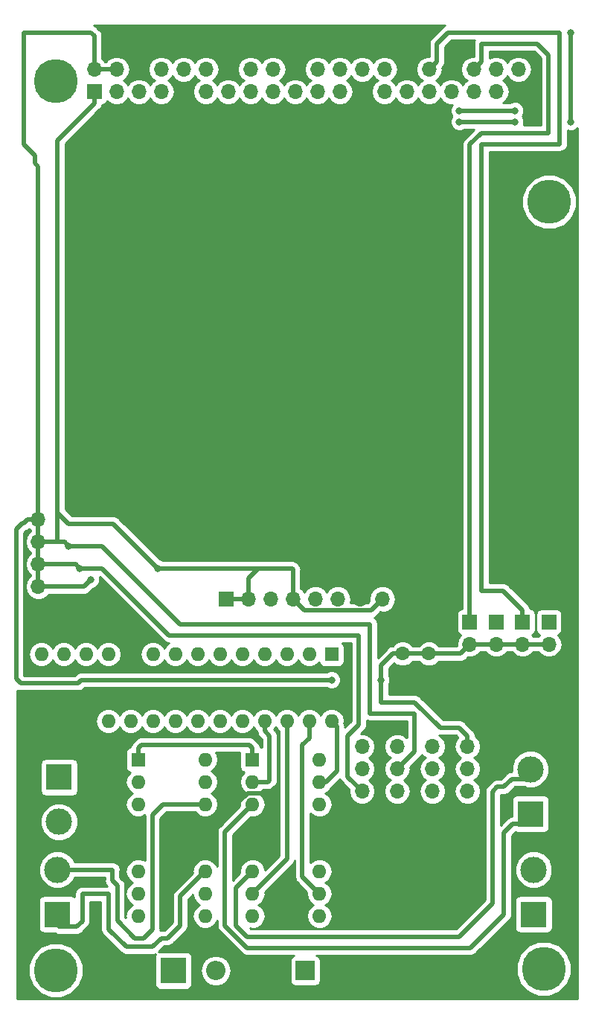
<source format=gbr>
G04 #@! TF.GenerationSoftware,KiCad,Pcbnew,5.0.2-bee76a0~70~ubuntu18.04.1*
G04 #@! TF.CreationDate,2019-03-12T23:57:18+00:00*
G04 #@! TF.ProjectId,tb2,7462322e-6b69-4636-9164-5f7063625858,rev?*
G04 #@! TF.SameCoordinates,Original*
G04 #@! TF.FileFunction,Copper,L2,Bot*
G04 #@! TF.FilePolarity,Positive*
%FSLAX46Y46*%
G04 Gerber Fmt 4.6, Leading zero omitted, Abs format (unit mm)*
G04 Created by KiCad (PCBNEW 5.0.2-bee76a0~70~ubuntu18.04.1) date Tue 12 Mar 2019 23:57:18 GMT*
%MOMM*%
%LPD*%
G01*
G04 APERTURE LIST*
G04 #@! TA.AperFunction,ComponentPad*
%ADD10R,1.600000X1.600000*%
G04 #@! TD*
G04 #@! TA.AperFunction,ComponentPad*
%ADD11O,1.600000X1.600000*%
G04 #@! TD*
G04 #@! TA.AperFunction,ComponentPad*
%ADD12C,5.000000*%
G04 #@! TD*
G04 #@! TA.AperFunction,ComponentPad*
%ADD13R,3.000000X3.000000*%
G04 #@! TD*
G04 #@! TA.AperFunction,ComponentPad*
%ADD14C,3.000000*%
G04 #@! TD*
G04 #@! TA.AperFunction,ComponentPad*
%ADD15C,1.600000*%
G04 #@! TD*
G04 #@! TA.AperFunction,ComponentPad*
%ADD16R,2.200000X2.200000*%
G04 #@! TD*
G04 #@! TA.AperFunction,ComponentPad*
%ADD17O,2.200000X2.200000*%
G04 #@! TD*
G04 #@! TA.AperFunction,ComponentPad*
%ADD18R,1.700000X1.700000*%
G04 #@! TD*
G04 #@! TA.AperFunction,ComponentPad*
%ADD19O,1.700000X1.700000*%
G04 #@! TD*
G04 #@! TA.AperFunction,ViaPad*
%ADD20C,0.800000*%
G04 #@! TD*
G04 #@! TA.AperFunction,Conductor*
%ADD21C,0.500000*%
G04 #@! TD*
G04 #@! TA.AperFunction,Conductor*
%ADD22C,0.254000*%
G04 #@! TD*
G04 APERTURE END LIST*
D10*
G04 #@! TO.P,U2,1*
G04 #@! TO.N,Net-(U2-Pad1)*
X74370000Y-131700000D03*
D11*
G04 #@! TO.P,U2,15*
G04 #@! TO.N,GND*
X41350000Y-139320000D03*
G04 #@! TO.P,U2,2*
G04 #@! TO.N,Net-(U2-Pad2)*
X71830000Y-131700000D03*
G04 #@! TO.P,U2,16*
G04 #@! TO.N,GND*
X43890000Y-139320000D03*
G04 #@! TO.P,U2,3*
G04 #@! TO.N,Net-(U2-Pad3)*
X69290000Y-131700000D03*
G04 #@! TO.P,U2,17*
G04 #@! TO.N,GND*
X46430000Y-139320000D03*
G04 #@! TO.P,U2,4*
G04 #@! TO.N,Net-(U2-Pad4)*
X66750000Y-131700000D03*
G04 #@! TO.P,U2,18*
G04 #@! TO.N,+3V3*
X48970000Y-139320000D03*
G04 #@! TO.P,U2,5*
G04 #@! TO.N,Net-(U2-Pad5)*
X64210000Y-131700000D03*
G04 #@! TO.P,U2,19*
G04 #@! TO.N,Net-(U2-Pad19)*
X51510000Y-139320000D03*
G04 #@! TO.P,U2,6*
G04 #@! TO.N,Net-(U2-Pad6)*
X61670000Y-131700000D03*
G04 #@! TO.P,U2,20*
G04 #@! TO.N,Net-(U2-Pad20)*
X54050000Y-139320000D03*
G04 #@! TO.P,U2,7*
G04 #@! TO.N,Net-(U2-Pad7)*
X59130000Y-131700000D03*
G04 #@! TO.P,U2,21*
G04 #@! TO.N,Net-(U2-Pad21)*
X56590000Y-139320000D03*
G04 #@! TO.P,U2,8*
G04 #@! TO.N,Net-(U2-Pad8)*
X56590000Y-131700000D03*
G04 #@! TO.P,U2,22*
G04 #@! TO.N,Net-(U2-Pad22)*
X59130000Y-139320000D03*
G04 #@! TO.P,U2,9*
G04 #@! TO.N,+3V3*
X54050000Y-131700000D03*
G04 #@! TO.P,U2,23*
G04 #@! TO.N,Net-(U2-Pad23)*
X61670000Y-139320000D03*
G04 #@! TO.P,U2,10*
G04 #@! TO.N,GND*
X51510000Y-131700000D03*
G04 #@! TO.P,U2,24*
G04 #@! TO.N,Net-(U2-Pad24)*
X64210000Y-139320000D03*
G04 #@! TO.P,U2,11*
G04 #@! TO.N,Net-(U2-Pad11)*
X48970000Y-131700000D03*
G04 #@! TO.P,U2,25*
G04 #@! TO.N,Net-(U1-Pad2)*
X66750000Y-139320000D03*
G04 #@! TO.P,U2,12*
G04 #@! TO.N,/SCL*
X46430000Y-131700000D03*
G04 #@! TO.P,U2,26*
G04 #@! TO.N,Net-(U1-Pad7)*
X69290000Y-139320000D03*
G04 #@! TO.P,U2,13*
G04 #@! TO.N,/SDA*
X43890000Y-131700000D03*
G04 #@! TO.P,U2,27*
G04 #@! TO.N,Net-(U1-Pad10)*
X71830000Y-139320000D03*
G04 #@! TO.P,U2,14*
G04 #@! TO.N,Net-(U2-Pad14)*
X41350000Y-131700000D03*
G04 #@! TO.P,U2,28*
G04 #@! TO.N,Net-(U1-Pad15)*
X74370000Y-139320000D03*
G04 #@! TD*
D12*
G04 #@! TO.P,REF\002A\002A,1*
G04 #@! TO.N,N/C*
X99120000Y-80230000D03*
G04 #@! TD*
G04 #@! TO.P,REF\002A\002A,1*
G04 #@! TO.N,N/C*
X43000000Y-66500000D03*
G04 #@! TD*
D13*
G04 #@! TO.P,J6,1*
G04 #@! TO.N,Net-(D1-Pad2)*
X56370000Y-167700000D03*
D14*
G04 #@! TO.P,J6,2*
G04 #@! TO.N,GND*
X51290000Y-167700000D03*
G04 #@! TD*
D15*
G04 #@! TO.P,C1,1*
G04 #@! TO.N,GND*
X82450000Y-134140000D03*
G04 #@! TO.P,C1,2*
G04 #@! TO.N,+5V*
X82450000Y-131640000D03*
G04 #@! TD*
G04 #@! TO.P,C2,2*
G04 #@! TO.N,+5V*
X85450000Y-131640000D03*
G04 #@! TO.P,C2,1*
G04 #@! TO.N,GND*
X85450000Y-134140000D03*
G04 #@! TD*
D16*
G04 #@! TO.P,D1,1*
G04 #@! TO.N,+BATT*
X71370000Y-167700000D03*
D17*
G04 #@! TO.P,D1,2*
G04 #@! TO.N,Net-(D1-Pad2)*
X61210000Y-167700000D03*
G04 #@! TD*
D13*
G04 #@! TO.P,J1,1*
G04 #@! TO.N,Net-(J1-Pad1)*
X97370000Y-161290000D03*
D14*
G04 #@! TO.P,J1,2*
G04 #@! TO.N,Net-(J1-Pad2)*
X97370000Y-156210000D03*
G04 #@! TD*
G04 #@! TO.P,J2,2*
G04 #@! TO.N,Net-(J2-Pad2)*
X97000000Y-144780000D03*
D13*
G04 #@! TO.P,J2,1*
G04 #@! TO.N,Net-(J2-Pad1)*
X97000000Y-149860000D03*
G04 #@! TD*
D18*
G04 #@! TO.P,J3,1*
G04 #@! TO.N,+3V3*
X47370000Y-67700000D03*
D19*
G04 #@! TO.P,J3,2*
G04 #@! TO.N,+5V*
X47370000Y-65160000D03*
G04 #@! TO.P,J3,3*
G04 #@! TO.N,/SDA*
X49910000Y-67700000D03*
G04 #@! TO.P,J3,4*
G04 #@! TO.N,+5V*
X49910000Y-65160000D03*
G04 #@! TO.P,J3,5*
G04 #@! TO.N,/SCL*
X52450000Y-67700000D03*
G04 #@! TO.P,J3,6*
G04 #@! TO.N,GND*
X52450000Y-65160000D03*
G04 #@! TO.P,J3,7*
G04 #@! TO.N,Net-(J3-Pad7)*
X54990000Y-67700000D03*
G04 #@! TO.P,J3,8*
G04 #@! TO.N,/TXD*
X54990000Y-65160000D03*
G04 #@! TO.P,J3,9*
G04 #@! TO.N,GND*
X57530000Y-67700000D03*
G04 #@! TO.P,J3,10*
G04 #@! TO.N,/RXD*
X57530000Y-65160000D03*
G04 #@! TO.P,J3,11*
G04 #@! TO.N,Net-(J3-Pad11)*
X60070000Y-67700000D03*
G04 #@! TO.P,J3,12*
G04 #@! TO.N,/PWM0*
X60070000Y-65160000D03*
G04 #@! TO.P,J3,13*
G04 #@! TO.N,Net-(J3-Pad13)*
X62610000Y-67700000D03*
G04 #@! TO.P,J3,14*
G04 #@! TO.N,GND*
X62610000Y-65160000D03*
G04 #@! TO.P,J3,15*
G04 #@! TO.N,/TOF_INT*
X65150000Y-67700000D03*
G04 #@! TO.P,J3,16*
G04 #@! TO.N,/SDA_SOFT*
X65150000Y-65160000D03*
G04 #@! TO.P,J3,17*
G04 #@! TO.N,+3V3*
X67690000Y-67700000D03*
G04 #@! TO.P,J3,18*
G04 #@! TO.N,/SCL_SOFT*
X67690000Y-65160000D03*
G04 #@! TO.P,J3,19*
G04 #@! TO.N,Net-(J3-Pad19)*
X70230000Y-67700000D03*
G04 #@! TO.P,J3,20*
G04 #@! TO.N,GND*
X70230000Y-65160000D03*
G04 #@! TO.P,J3,21*
G04 #@! TO.N,Net-(J3-Pad21)*
X72770000Y-67700000D03*
G04 #@! TO.P,J3,22*
G04 #@! TO.N,Net-(J3-Pad22)*
X72770000Y-65160000D03*
G04 #@! TO.P,J3,23*
G04 #@! TO.N,Net-(J3-Pad23)*
X75310000Y-67700000D03*
G04 #@! TO.P,J3,24*
G04 #@! TO.N,Net-(J3-Pad24)*
X75310000Y-65160000D03*
G04 #@! TO.P,J3,25*
G04 #@! TO.N,GND*
X77850000Y-67700000D03*
G04 #@! TO.P,J3,26*
G04 #@! TO.N,Net-(J3-Pad26)*
X77850000Y-65160000D03*
G04 #@! TO.P,J3,27*
G04 #@! TO.N,Net-(J3-Pad27)*
X80390000Y-67700000D03*
G04 #@! TO.P,J3,28*
G04 #@! TO.N,Net-(J3-Pad28)*
X80390000Y-65160000D03*
G04 #@! TO.P,J3,29*
G04 #@! TO.N,Net-(J3-Pad29)*
X82930000Y-67700000D03*
G04 #@! TO.P,J3,30*
G04 #@! TO.N,GND*
X82930000Y-65160000D03*
G04 #@! TO.P,J3,31*
G04 #@! TO.N,Net-(J3-Pad31)*
X85470000Y-67700000D03*
G04 #@! TO.P,J3,32*
G04 #@! TO.N,/GVS2*
X85470000Y-65160000D03*
G04 #@! TO.P,J3,33*
G04 #@! TO.N,/PWM1*
X88010000Y-67700000D03*
G04 #@! TO.P,J3,34*
G04 #@! TO.N,GND*
X88010000Y-65160000D03*
G04 #@! TO.P,J3,35*
G04 #@! TO.N,/GVS3*
X90550000Y-67700000D03*
G04 #@! TO.P,J3,36*
G04 #@! TO.N,/GVS1*
X90550000Y-65160000D03*
G04 #@! TO.P,J3,37*
G04 #@! TO.N,/GVS4*
X93090000Y-67700000D03*
G04 #@! TO.P,J3,38*
G04 #@! TO.N,Net-(J3-Pad38)*
X93090000Y-65160000D03*
G04 #@! TO.P,J3,39*
G04 #@! TO.N,GND*
X95630000Y-67700000D03*
G04 #@! TO.P,J3,40*
G04 #@! TO.N,Net-(J3-Pad40)*
X95630000Y-65160000D03*
G04 #@! TD*
D14*
G04 #@! TO.P,J4,2*
G04 #@! TO.N,Net-(J4-Pad2)*
X43180000Y-156210000D03*
D13*
G04 #@! TO.P,J4,1*
G04 #@! TO.N,Net-(J4-Pad1)*
X43180000Y-161290000D03*
G04 #@! TD*
G04 #@! TO.P,J5,1*
G04 #@! TO.N,Net-(J5-Pad1)*
X43370000Y-145700000D03*
D14*
G04 #@! TO.P,J5,2*
G04 #@! TO.N,Net-(J5-Pad2)*
X43370000Y-150780000D03*
G04 #@! TD*
D18*
G04 #@! TO.P,J7,1*
G04 #@! TO.N,GND*
X89842224Y-149832635D03*
D19*
G04 #@! TO.P,J7,2*
G04 #@! TO.N,/SCL*
X89842224Y-147292635D03*
G04 #@! TO.P,J7,3*
G04 #@! TO.N,/SDA*
X89842224Y-144752635D03*
G04 #@! TO.P,J7,4*
G04 #@! TO.N,+5V*
X89842224Y-142212635D03*
G04 #@! TD*
D18*
G04 #@! TO.P,J8,1*
G04 #@! TO.N,GND*
X85842224Y-149832635D03*
D19*
G04 #@! TO.P,J8,2*
G04 #@! TO.N,/SCL*
X85842224Y-147292635D03*
G04 #@! TO.P,J8,3*
G04 #@! TO.N,/SDA*
X85842224Y-144752635D03*
G04 #@! TO.P,J8,4*
G04 #@! TO.N,+5V*
X85842224Y-142212635D03*
G04 #@! TD*
G04 #@! TO.P,J9,4*
G04 #@! TO.N,+5V*
X81842224Y-142212635D03*
G04 #@! TO.P,J9,3*
G04 #@! TO.N,/SDA*
X81842224Y-144752635D03*
G04 #@! TO.P,J9,2*
G04 #@! TO.N,/SCL*
X81842224Y-147292635D03*
D18*
G04 #@! TO.P,J9,1*
G04 #@! TO.N,GND*
X81842224Y-149832635D03*
G04 #@! TD*
D19*
G04 #@! TO.P,J10,4*
G04 #@! TO.N,+5V*
X77842224Y-142212635D03*
G04 #@! TO.P,J10,3*
G04 #@! TO.N,/SDA*
X77842224Y-144752635D03*
G04 #@! TO.P,J10,2*
G04 #@! TO.N,/SCL*
X77842224Y-147292635D03*
D18*
G04 #@! TO.P,J10,1*
G04 #@! TO.N,GND*
X77842224Y-149832635D03*
G04 #@! TD*
G04 #@! TO.P,J11,1*
G04 #@! TO.N,GND*
X41000000Y-126540000D03*
D19*
G04 #@! TO.P,J11,2*
G04 #@! TO.N,/TOF_INT*
X41000000Y-124000000D03*
G04 #@! TO.P,J11,3*
G04 #@! TO.N,/SCL*
X41000000Y-121460000D03*
G04 #@! TO.P,J11,4*
G04 #@! TO.N,/SDA*
X41000000Y-118920000D03*
G04 #@! TO.P,J11,5*
G04 #@! TO.N,+5V*
X41000000Y-116380000D03*
G04 #@! TD*
G04 #@! TO.P,J12,3*
G04 #@! TO.N,GND*
X90106398Y-133122910D03*
G04 #@! TO.P,J12,2*
G04 #@! TO.N,+5V*
X90106398Y-130582910D03*
D18*
G04 #@! TO.P,J12,1*
G04 #@! TO.N,/GVS1*
X90106398Y-128042910D03*
G04 #@! TD*
D19*
G04 #@! TO.P,J13,3*
G04 #@! TO.N,GND*
X93106398Y-133122910D03*
G04 #@! TO.P,J13,2*
G04 #@! TO.N,+5V*
X93106398Y-130582910D03*
D18*
G04 #@! TO.P,J13,1*
G04 #@! TO.N,/GVS3*
X93106398Y-128042910D03*
G04 #@! TD*
G04 #@! TO.P,J14,1*
G04 #@! TO.N,/GVS2*
X96106398Y-128017911D03*
D19*
G04 #@! TO.P,J14,2*
G04 #@! TO.N,+5V*
X96106398Y-130557911D03*
G04 #@! TO.P,J14,3*
G04 #@! TO.N,GND*
X96106398Y-133097911D03*
G04 #@! TD*
D18*
G04 #@! TO.P,J15,1*
G04 #@! TO.N,/GVS4*
X99106398Y-128042910D03*
D19*
G04 #@! TO.P,J15,2*
G04 #@! TO.N,+5V*
X99106398Y-130582910D03*
G04 #@! TO.P,J15,3*
G04 #@! TO.N,GND*
X99106398Y-133122910D03*
G04 #@! TD*
D18*
G04 #@! TO.P,J16,1*
G04 #@! TO.N,+3V3*
X62370000Y-125430000D03*
D19*
G04 #@! TO.P,J16,2*
X64910000Y-125430000D03*
G04 #@! TO.P,J16,3*
G04 #@! TO.N,/INT*
X67450000Y-125430000D03*
G04 #@! TO.P,J16,4*
G04 #@! TO.N,+3V3*
X69990000Y-125430000D03*
G04 #@! TO.P,J16,5*
G04 #@! TO.N,/SCL_SOFT*
X72530000Y-125430000D03*
G04 #@! TO.P,J16,6*
G04 #@! TO.N,/SDA_SOFT*
X75070000Y-125430000D03*
G04 #@! TO.P,J16,7*
G04 #@! TO.N,GND*
X77610000Y-125430000D03*
G04 #@! TO.P,J16,8*
G04 #@! TO.N,+3V3*
X80150000Y-125430000D03*
G04 #@! TD*
D10*
G04 #@! TO.P,U1,1*
G04 #@! TO.N,/PWM0*
X65370000Y-143700000D03*
D11*
G04 #@! TO.P,U1,9*
X72990000Y-161480000D03*
G04 #@! TO.P,U1,2*
G04 #@! TO.N,Net-(U1-Pad2)*
X65370000Y-146240000D03*
G04 #@! TO.P,U1,10*
G04 #@! TO.N,Net-(U1-Pad10)*
X72990000Y-158940000D03*
G04 #@! TO.P,U1,3*
G04 #@! TO.N,Net-(J2-Pad1)*
X65370000Y-148780000D03*
G04 #@! TO.P,U1,11*
G04 #@! TO.N,Net-(J1-Pad1)*
X72990000Y-156400000D03*
G04 #@! TO.P,U1,4*
G04 #@! TO.N,GND*
X65370000Y-151320000D03*
G04 #@! TO.P,U1,12*
X72990000Y-153860000D03*
G04 #@! TO.P,U1,5*
X65370000Y-153860000D03*
G04 #@! TO.P,U1,13*
X72990000Y-151320000D03*
G04 #@! TO.P,U1,6*
G04 #@! TO.N,Net-(J2-Pad2)*
X65370000Y-156400000D03*
G04 #@! TO.P,U1,14*
G04 #@! TO.N,Net-(J1-Pad2)*
X72990000Y-148780000D03*
G04 #@! TO.P,U1,7*
G04 #@! TO.N,Net-(U1-Pad7)*
X65370000Y-158940000D03*
G04 #@! TO.P,U1,15*
G04 #@! TO.N,Net-(U1-Pad15)*
X72990000Y-146240000D03*
G04 #@! TO.P,U1,8*
G04 #@! TO.N,+BATT*
X65370000Y-161480000D03*
G04 #@! TO.P,U1,16*
G04 #@! TO.N,+5V*
X72990000Y-143700000D03*
G04 #@! TD*
G04 #@! TO.P,U3,16*
G04 #@! TO.N,+5V*
X59990000Y-143700000D03*
G04 #@! TO.P,U3,8*
G04 #@! TO.N,+BATT*
X52370000Y-161480000D03*
G04 #@! TO.P,U3,15*
G04 #@! TO.N,Net-(U2-Pad24)*
X59990000Y-146240000D03*
G04 #@! TO.P,U3,7*
G04 #@! TO.N,Net-(U2-Pad22)*
X52370000Y-158940000D03*
G04 #@! TO.P,U3,14*
G04 #@! TO.N,Net-(J4-Pad2)*
X59990000Y-148780000D03*
G04 #@! TO.P,U3,6*
G04 #@! TO.N,Net-(J5-Pad2)*
X52370000Y-156400000D03*
G04 #@! TO.P,U3,13*
G04 #@! TO.N,GND*
X59990000Y-151320000D03*
G04 #@! TO.P,U3,5*
X52370000Y-153860000D03*
G04 #@! TO.P,U3,12*
X59990000Y-153860000D03*
G04 #@! TO.P,U3,4*
X52370000Y-151320000D03*
G04 #@! TO.P,U3,11*
G04 #@! TO.N,Net-(J4-Pad1)*
X59990000Y-156400000D03*
G04 #@! TO.P,U3,3*
G04 #@! TO.N,Net-(J5-Pad1)*
X52370000Y-148780000D03*
G04 #@! TO.P,U3,10*
G04 #@! TO.N,Net-(U2-Pad23)*
X59990000Y-158940000D03*
G04 #@! TO.P,U3,2*
G04 #@! TO.N,Net-(U2-Pad21)*
X52370000Y-146240000D03*
G04 #@! TO.P,U3,9*
G04 #@! TO.N,/PWM0*
X59990000Y-161480000D03*
D10*
G04 #@! TO.P,U3,1*
X52370000Y-143700000D03*
G04 #@! TD*
D12*
G04 #@! TO.P,REF\002A\002A,1*
G04 #@! TO.N,N/C*
X43000000Y-167640000D03*
G04 #@! TD*
G04 #@! TO.P,REF\002A\002A,1*
G04 #@! TO.N,N/C*
X98500000Y-167500000D03*
G04 #@! TD*
D20*
G04 #@! TO.N,+5V*
X80010000Y-134620000D03*
G04 #@! TO.N,+3V3*
X54610000Y-121920000D03*
G04 #@! TO.N,+5V*
X74380000Y-134620000D03*
G04 #@! TO.N,/SDA*
X44450000Y-119380000D03*
G04 #@! TO.N,/SCL*
X45720000Y-121920000D03*
G04 #@! TO.N,GND*
X48680000Y-151320000D03*
G04 #@! TO.N,/PWM0*
X101600000Y-71120000D03*
X101600000Y-60960000D03*
G04 #@! TO.N,/TOF_INT*
X46990000Y-123190000D03*
G04 #@! TO.N,/SDA_SOFT*
X95250000Y-71120000D03*
X88900000Y-71120000D03*
G04 #@! TO.N,/SCL_SOFT*
X95250000Y-69850000D03*
X88900000Y-69850000D03*
X88900000Y-69850000D03*
G04 #@! TD*
D21*
G04 #@! TO.N,Net-(J2-Pad2)*
X63500000Y-158270000D02*
X65370000Y-156400000D01*
X94878680Y-145920000D02*
X94000000Y-146798680D01*
X88900000Y-163830000D02*
X64770000Y-163830000D01*
X97000000Y-145920000D02*
X94878680Y-145920000D01*
X93231320Y-146798680D02*
X92710000Y-147320000D01*
X64770000Y-163830000D02*
X63500000Y-162560000D01*
X94000000Y-146798680D02*
X93231320Y-146798680D01*
X63500000Y-162560000D02*
X63500000Y-158270000D01*
X92710000Y-147320000D02*
X92710000Y-160020000D01*
X92710000Y-160020000D02*
X88900000Y-163830000D01*
G04 #@! TO.N,Net-(J2-Pad1)*
X62230000Y-151920000D02*
X65370000Y-148780000D01*
X95000000Y-151000000D02*
X93980000Y-152020000D01*
X62230000Y-162560000D02*
X62230000Y-151920000D01*
X97000000Y-151000000D02*
X95000000Y-151000000D01*
X90170000Y-165100000D02*
X64770000Y-165100000D01*
X93980000Y-152020000D02*
X93980000Y-161290000D01*
X93980000Y-161290000D02*
X90170000Y-165100000D01*
X64770000Y-165100000D02*
X62230000Y-162560000D01*
G04 #@! TO.N,+3V3*
X62370000Y-125430000D02*
X64910000Y-125430000D01*
X79300001Y-126279999D02*
X80150000Y-125430000D01*
X71290001Y-126730001D02*
X78849999Y-126730001D01*
X78849999Y-126730001D02*
X79300001Y-126279999D01*
X69990000Y-125430000D02*
X71290001Y-126730001D01*
X43180000Y-73660000D02*
X43180000Y-118690000D01*
X43180000Y-115570000D02*
X44450000Y-116840000D01*
X44450000Y-116840000D02*
X49530000Y-116840000D01*
X49530000Y-116840000D02*
X54610000Y-121920000D01*
X54610000Y-121920000D02*
X54610000Y-121920000D01*
X69990000Y-125430000D02*
X69990000Y-122060000D01*
X69990000Y-122060000D02*
X69850000Y-121920000D01*
X64910000Y-123050000D02*
X66040000Y-121920000D01*
X64910000Y-125430000D02*
X64910000Y-123050000D01*
X69850000Y-121920000D02*
X66040000Y-121920000D01*
X66040000Y-121920000D02*
X54610000Y-121920000D01*
X47370000Y-69050000D02*
X43180000Y-73240000D01*
X47370000Y-67700000D02*
X47370000Y-69050000D01*
X43180000Y-73240000D02*
X43180000Y-73660000D01*
G04 #@! TO.N,+5V*
X41000000Y-124580000D02*
X41000000Y-76200000D01*
X47370000Y-65160000D02*
X49910000Y-65160000D01*
X82450000Y-131640000D02*
X85450000Y-131640000D01*
X89049308Y-131640000D02*
X90106398Y-130582910D01*
X90106398Y-130582910D02*
X99106398Y-130582910D01*
X89842224Y-141010554D02*
X89842224Y-142212635D01*
X88900000Y-140068330D02*
X89842224Y-141010554D01*
X87630000Y-131640000D02*
X89049308Y-131640000D01*
X85450000Y-131640000D02*
X88900000Y-131640000D01*
X81318630Y-131640000D02*
X80010000Y-132948630D01*
X82450000Y-131640000D02*
X81318630Y-131640000D01*
X80010000Y-132948630D02*
X80010000Y-137160000D01*
X80010000Y-137160000D02*
X83820000Y-137160000D01*
X86728330Y-140068330D02*
X88900000Y-140068330D01*
X83820000Y-137160000D02*
X86728330Y-140068330D01*
X39797919Y-116380000D02*
X39370000Y-116807919D01*
X41000000Y-116380000D02*
X39797919Y-116380000D01*
X47370000Y-65160000D02*
X47370000Y-61340000D01*
X47370000Y-61340000D02*
X46990000Y-60960000D01*
X46990000Y-60960000D02*
X39370000Y-60960000D01*
X39370000Y-60960000D02*
X39370000Y-73660000D01*
X39370000Y-73660000D02*
X40640000Y-74930000D01*
X40640000Y-75840000D02*
X41000000Y-76200000D01*
X40640000Y-74930000D02*
X40640000Y-75840000D01*
X39370000Y-116807919D02*
X39192081Y-116807919D01*
X39192081Y-116807919D02*
X38500000Y-117500000D01*
X38500000Y-117500000D02*
X38500000Y-134500000D01*
X38500000Y-134500000D02*
X39000000Y-135000000D01*
X39000000Y-135000000D02*
X45500000Y-135000000D01*
X45880000Y-134620000D02*
X54610000Y-134620000D01*
X45500000Y-135000000D02*
X45880000Y-134620000D01*
X54610000Y-134620000D02*
X74380000Y-134620000D01*
X74380000Y-134620000D02*
X74380000Y-134620000D01*
G04 #@! TO.N,/SDA*
X43990000Y-118920000D02*
X44450000Y-119380000D01*
X41000000Y-118920000D02*
X43990000Y-118920000D01*
X44450000Y-119380000D02*
X48260000Y-119380000D01*
X57150000Y-128270000D02*
X48260000Y-119380000D01*
X78740000Y-128270000D02*
X57150000Y-128270000D01*
X78740000Y-138430000D02*
X78740000Y-128270000D01*
X81842224Y-144752635D02*
X83820000Y-142774859D01*
X83820000Y-138430000D02*
X78740000Y-138430000D01*
X83820000Y-142774859D02*
X83820000Y-138430000D01*
G04 #@! TO.N,/SCL*
X45260000Y-121460000D02*
X45720000Y-121920000D01*
X41000000Y-121460000D02*
X45260000Y-121460000D01*
X45720000Y-121920000D02*
X48260000Y-121920000D01*
X76200000Y-145650411D02*
X77842224Y-147292635D01*
X76200000Y-140970000D02*
X76200000Y-145650411D01*
X77470000Y-139700000D02*
X76200000Y-140970000D01*
X77470000Y-129540000D02*
X77470000Y-139700000D01*
X48260000Y-121920000D02*
X55880000Y-129540000D01*
X55880000Y-129540000D02*
X77470000Y-129540000D01*
G04 #@! TO.N,GND*
X59990000Y-151320000D02*
X59990000Y-153860000D01*
X65370000Y-151320000D02*
X65370000Y-153860000D01*
X41350000Y-139320000D02*
X46430000Y-139320000D01*
X48680000Y-151320000D02*
X48680000Y-151320000D01*
X52370000Y-151320000D02*
X52370000Y-153860000D01*
X74477365Y-149832635D02*
X72990000Y-151320000D01*
X77842224Y-149832635D02*
X74477365Y-149832635D01*
X48680000Y-151320000D02*
X52370000Y-151320000D01*
X48680000Y-142701370D02*
X48680000Y-151320000D01*
X46430000Y-139320000D02*
X46430000Y-140451370D01*
X46430000Y-140451370D02*
X48680000Y-142701370D01*
X68000000Y-148690000D02*
X65370000Y-151320000D01*
X61180000Y-151320000D02*
X63000000Y-149500000D01*
X63000000Y-149299998D02*
X64799998Y-147500000D01*
X68000000Y-147500000D02*
X68000000Y-148690000D01*
X59990000Y-151320000D02*
X61180000Y-151320000D01*
X63000000Y-149500000D02*
X63000000Y-149299998D01*
X64799998Y-147500000D02*
X68000000Y-147500000D01*
G04 #@! TO.N,Net-(J4-Pad2)*
X59990000Y-148780000D02*
X55220000Y-148780000D01*
X55220000Y-148780000D02*
X54000000Y-150000000D01*
X54000000Y-150000000D02*
X54000000Y-163000000D01*
X54000000Y-163000000D02*
X53000000Y-164000000D01*
X43180000Y-156210000D02*
X49430000Y-156210000D01*
X49620000Y-157620000D02*
X50000000Y-158000000D01*
X50000000Y-158000000D02*
X50000000Y-162000000D01*
X52000000Y-164000000D02*
X53000000Y-164000000D01*
X50000000Y-162000000D02*
X52000000Y-164000000D01*
X49430000Y-157430000D02*
X50000000Y-158000000D01*
X49430000Y-156210000D02*
X49430000Y-157430000D01*
G04 #@! TO.N,Net-(J4-Pad1)*
X45370000Y-162700000D02*
X46000000Y-162070000D01*
X43370000Y-162700000D02*
X45370000Y-162700000D01*
X46000000Y-162070000D02*
X46000000Y-159000000D01*
X46000000Y-159000000D02*
X49000000Y-159000000D01*
X49000000Y-159000000D02*
X49000000Y-163000000D01*
X49000000Y-163000000D02*
X51000000Y-165000000D01*
X51000000Y-165000000D02*
X54000000Y-165000000D01*
X54000000Y-165000000D02*
X55000000Y-164000000D01*
X55000000Y-164000000D02*
X55710000Y-164000000D01*
X55710000Y-164000000D02*
X57150000Y-162560000D01*
X57150000Y-159240000D02*
X59690000Y-156700000D01*
X57150000Y-162560000D02*
X57150000Y-159240000D01*
X59690000Y-156700000D02*
X59990000Y-156400000D01*
G04 #@! TO.N,Net-(U1-Pad15)*
X75000000Y-139950000D02*
X74370000Y-139320000D01*
X75000000Y-145000000D02*
X75000000Y-139950000D01*
X72990000Y-146240000D02*
X73760000Y-146240000D01*
X73760000Y-146240000D02*
X75000000Y-145000000D01*
G04 #@! TO.N,Net-(U1-Pad7)*
X69290000Y-155020000D02*
X65370000Y-158940000D01*
X69290000Y-139320000D02*
X69290000Y-155020000D01*
G04 #@! TO.N,Net-(U1-Pad10)*
X71050000Y-142050000D02*
X71050000Y-157000000D01*
X71830000Y-139320000D02*
X71830000Y-141270000D01*
X71050000Y-157000000D02*
X72990000Y-158940000D01*
X71830000Y-141270000D02*
X71050000Y-142050000D01*
G04 #@! TO.N,Net-(U1-Pad2)*
X66750000Y-140451370D02*
X67310000Y-141011370D01*
X66750000Y-139320000D02*
X66750000Y-140451370D01*
X67310000Y-141011370D02*
X67310000Y-146050000D01*
X67120000Y-146240000D02*
X65370000Y-146240000D01*
X67310000Y-146050000D02*
X67120000Y-146240000D01*
G04 #@! TO.N,/PWM0*
X59990000Y-161480000D02*
X59990000Y-162029991D01*
X65370000Y-142400000D02*
X65370000Y-143700000D01*
X64970000Y-142000000D02*
X65370000Y-142400000D01*
X52370000Y-142400000D02*
X52770000Y-142000000D01*
X52770000Y-142000000D02*
X64970000Y-142000000D01*
X52370000Y-143700000D02*
X52370000Y-142400000D01*
X101600000Y-60960000D02*
X101600000Y-71120000D01*
G04 #@! TO.N,/TOF_INT*
X46180000Y-124000000D02*
X46990000Y-123190000D01*
X41000000Y-124000000D02*
X46180000Y-124000000D01*
G04 #@! TO.N,/SDA_SOFT*
X88900000Y-71120000D02*
X95250000Y-71120000D01*
G04 #@! TO.N,/SCL_SOFT*
X88900000Y-69850000D02*
X95250000Y-69850000D01*
G04 #@! TO.N,/GVS1*
X90106398Y-128042910D02*
X90106398Y-126692910D01*
X99060000Y-63500000D02*
X97790000Y-62230000D01*
X97790000Y-62230000D02*
X91440000Y-62230000D01*
X91440000Y-64270000D02*
X90550000Y-65160000D01*
X91440000Y-62230000D02*
X91440000Y-64270000D01*
X99060000Y-63500000D02*
X99060000Y-72390000D01*
X99060000Y-72390000D02*
X91440000Y-72390000D01*
X90106398Y-73723602D02*
X90106398Y-128042910D01*
X91440000Y-72390000D02*
X90106398Y-73723602D01*
G04 #@! TO.N,/GVS2*
X96106398Y-128017911D02*
X96106398Y-127413602D01*
X96106398Y-126667911D02*
X96106398Y-128017911D01*
X93898487Y-124460000D02*
X96106398Y-126667911D01*
X91440000Y-124460000D02*
X93898487Y-124460000D01*
X91440000Y-73660000D02*
X91440000Y-124460000D01*
X85470000Y-65160000D02*
X86360000Y-64270000D01*
X87630000Y-60960000D02*
X100330000Y-60960000D01*
X86360000Y-64270000D02*
X86360000Y-62230000D01*
X86360000Y-62230000D02*
X87630000Y-60960000D01*
X100330000Y-60960000D02*
X100330000Y-73660000D01*
X100330000Y-73660000D02*
X91440000Y-73660000D01*
G04 #@! TD*
D22*
G04 #@! TO.N,GND*
G36*
X102373000Y-170873000D02*
X38627000Y-170873000D01*
X38627000Y-167016410D01*
X39865000Y-167016410D01*
X39865000Y-168263590D01*
X40342276Y-169415835D01*
X41224165Y-170297724D01*
X42376410Y-170775000D01*
X43623590Y-170775000D01*
X44775835Y-170297724D01*
X45657724Y-169415835D01*
X46135000Y-168263590D01*
X46135000Y-167016410D01*
X45657724Y-165864165D01*
X44775835Y-164982276D01*
X43623590Y-164505000D01*
X42376410Y-164505000D01*
X41224165Y-164982276D01*
X40342276Y-165864165D01*
X39865000Y-167016410D01*
X38627000Y-167016410D01*
X38627000Y-150355322D01*
X41235000Y-150355322D01*
X41235000Y-151204678D01*
X41560034Y-151989380D01*
X42160620Y-152589966D01*
X42945322Y-152915000D01*
X43794678Y-152915000D01*
X44579380Y-152589966D01*
X45179966Y-151989380D01*
X45505000Y-151204678D01*
X45505000Y-150355322D01*
X45179966Y-149570620D01*
X44579380Y-148970034D01*
X43794678Y-148645000D01*
X42945322Y-148645000D01*
X42160620Y-148970034D01*
X41560034Y-149570620D01*
X41235000Y-150355322D01*
X38627000Y-150355322D01*
X38627000Y-144200000D01*
X41222560Y-144200000D01*
X41222560Y-147200000D01*
X41271843Y-147447765D01*
X41412191Y-147657809D01*
X41622235Y-147798157D01*
X41870000Y-147847440D01*
X44870000Y-147847440D01*
X45117765Y-147798157D01*
X45327809Y-147657809D01*
X45468157Y-147447765D01*
X45517440Y-147200000D01*
X45517440Y-144200000D01*
X45468157Y-143952235D01*
X45327809Y-143742191D01*
X45117765Y-143601843D01*
X44870000Y-143552560D01*
X41870000Y-143552560D01*
X41622235Y-143601843D01*
X41412191Y-143742191D01*
X41271843Y-143952235D01*
X41222560Y-144200000D01*
X38627000Y-144200000D01*
X38627000Y-135815150D01*
X38654690Y-135833652D01*
X38912835Y-135885000D01*
X38912839Y-135885000D01*
X39000000Y-135902337D01*
X39087161Y-135885000D01*
X45412839Y-135885000D01*
X45500000Y-135902337D01*
X45587161Y-135885000D01*
X45587165Y-135885000D01*
X45845310Y-135833652D01*
X46138049Y-135638049D01*
X46187425Y-135564153D01*
X46246578Y-135505000D01*
X73811993Y-135505000D01*
X74174126Y-135655000D01*
X74585874Y-135655000D01*
X74966280Y-135497431D01*
X75257431Y-135206280D01*
X75415000Y-134825874D01*
X75415000Y-134414126D01*
X75257431Y-134033720D01*
X74966280Y-133742569D01*
X74585874Y-133585000D01*
X74174126Y-133585000D01*
X73811993Y-133735000D01*
X45967159Y-133735000D01*
X45879999Y-133717663D01*
X45792839Y-133735000D01*
X45792835Y-133735000D01*
X45534690Y-133786348D01*
X45241951Y-133981951D01*
X45192575Y-134055847D01*
X45133422Y-134115000D01*
X39385000Y-134115000D01*
X39385000Y-131700000D01*
X39886887Y-131700000D01*
X39998260Y-132259909D01*
X40315423Y-132734577D01*
X40790091Y-133051740D01*
X41208667Y-133135000D01*
X41491333Y-133135000D01*
X41909909Y-133051740D01*
X42384577Y-132734577D01*
X42620000Y-132382242D01*
X42855423Y-132734577D01*
X43330091Y-133051740D01*
X43748667Y-133135000D01*
X44031333Y-133135000D01*
X44449909Y-133051740D01*
X44924577Y-132734577D01*
X45160000Y-132382242D01*
X45395423Y-132734577D01*
X45870091Y-133051740D01*
X46288667Y-133135000D01*
X46571333Y-133135000D01*
X46989909Y-133051740D01*
X47464577Y-132734577D01*
X47700000Y-132382242D01*
X47935423Y-132734577D01*
X48410091Y-133051740D01*
X48828667Y-133135000D01*
X49111333Y-133135000D01*
X49529909Y-133051740D01*
X50004577Y-132734577D01*
X50321740Y-132259909D01*
X50433113Y-131700000D01*
X50321740Y-131140091D01*
X50004577Y-130665423D01*
X49529909Y-130348260D01*
X49111333Y-130265000D01*
X48828667Y-130265000D01*
X48410091Y-130348260D01*
X47935423Y-130665423D01*
X47700000Y-131017758D01*
X47464577Y-130665423D01*
X46989909Y-130348260D01*
X46571333Y-130265000D01*
X46288667Y-130265000D01*
X45870091Y-130348260D01*
X45395423Y-130665423D01*
X45160000Y-131017758D01*
X44924577Y-130665423D01*
X44449909Y-130348260D01*
X44031333Y-130265000D01*
X43748667Y-130265000D01*
X43330091Y-130348260D01*
X42855423Y-130665423D01*
X42620000Y-131017758D01*
X42384577Y-130665423D01*
X41909909Y-130348260D01*
X41491333Y-130265000D01*
X41208667Y-130265000D01*
X40790091Y-130348260D01*
X40315423Y-130665423D01*
X39998260Y-131140091D01*
X39886887Y-131700000D01*
X39385000Y-131700000D01*
X39385000Y-117866578D01*
X39583861Y-117667718D01*
X39715310Y-117641571D01*
X39965227Y-117474581D01*
X40115000Y-117574656D01*
X40115000Y-117725344D01*
X39929375Y-117849375D01*
X39601161Y-118340582D01*
X39485908Y-118920000D01*
X39601161Y-119499418D01*
X39929375Y-119990625D01*
X40115000Y-120114656D01*
X40115000Y-120265344D01*
X39929375Y-120389375D01*
X39601161Y-120880582D01*
X39485908Y-121460000D01*
X39601161Y-122039418D01*
X39929375Y-122530625D01*
X40115000Y-122654656D01*
X40115000Y-122805344D01*
X39929375Y-122929375D01*
X39601161Y-123420582D01*
X39485908Y-124000000D01*
X39601161Y-124579418D01*
X39929375Y-125070625D01*
X40420582Y-125398839D01*
X40853744Y-125485000D01*
X41146256Y-125485000D01*
X41579418Y-125398839D01*
X42070625Y-125070625D01*
X42194656Y-124885000D01*
X46092839Y-124885000D01*
X46180000Y-124902337D01*
X46267161Y-124885000D01*
X46267165Y-124885000D01*
X46525310Y-124833652D01*
X46818049Y-124638049D01*
X46867425Y-124564153D01*
X47214148Y-124217431D01*
X47576280Y-124067431D01*
X47867431Y-123776280D01*
X48025000Y-123395874D01*
X48025000Y-122984126D01*
X47991379Y-122902957D01*
X55192577Y-130104156D01*
X55241951Y-130178049D01*
X55315844Y-130227423D01*
X55315845Y-130227424D01*
X55426880Y-130301615D01*
X55534690Y-130373652D01*
X55792835Y-130425000D01*
X55792839Y-130425000D01*
X55879999Y-130442337D01*
X55893235Y-130439704D01*
X55555423Y-130665423D01*
X55320000Y-131017758D01*
X55084577Y-130665423D01*
X54609909Y-130348260D01*
X54191333Y-130265000D01*
X53908667Y-130265000D01*
X53490091Y-130348260D01*
X53015423Y-130665423D01*
X52698260Y-131140091D01*
X52586887Y-131700000D01*
X52698260Y-132259909D01*
X53015423Y-132734577D01*
X53490091Y-133051740D01*
X53908667Y-133135000D01*
X54191333Y-133135000D01*
X54609909Y-133051740D01*
X55084577Y-132734577D01*
X55320000Y-132382242D01*
X55555423Y-132734577D01*
X56030091Y-133051740D01*
X56448667Y-133135000D01*
X56731333Y-133135000D01*
X57149909Y-133051740D01*
X57624577Y-132734577D01*
X57860000Y-132382242D01*
X58095423Y-132734577D01*
X58570091Y-133051740D01*
X58988667Y-133135000D01*
X59271333Y-133135000D01*
X59689909Y-133051740D01*
X60164577Y-132734577D01*
X60400000Y-132382242D01*
X60635423Y-132734577D01*
X61110091Y-133051740D01*
X61528667Y-133135000D01*
X61811333Y-133135000D01*
X62229909Y-133051740D01*
X62704577Y-132734577D01*
X62940000Y-132382242D01*
X63175423Y-132734577D01*
X63650091Y-133051740D01*
X64068667Y-133135000D01*
X64351333Y-133135000D01*
X64769909Y-133051740D01*
X65244577Y-132734577D01*
X65480000Y-132382242D01*
X65715423Y-132734577D01*
X66190091Y-133051740D01*
X66608667Y-133135000D01*
X66891333Y-133135000D01*
X67309909Y-133051740D01*
X67784577Y-132734577D01*
X68020000Y-132382242D01*
X68255423Y-132734577D01*
X68730091Y-133051740D01*
X69148667Y-133135000D01*
X69431333Y-133135000D01*
X69849909Y-133051740D01*
X70324577Y-132734577D01*
X70560000Y-132382242D01*
X70795423Y-132734577D01*
X71270091Y-133051740D01*
X71688667Y-133135000D01*
X71971333Y-133135000D01*
X72389909Y-133051740D01*
X72864577Y-132734577D01*
X72945215Y-132613894D01*
X72971843Y-132747765D01*
X73112191Y-132957809D01*
X73322235Y-133098157D01*
X73570000Y-133147440D01*
X75170000Y-133147440D01*
X75417765Y-133098157D01*
X75627809Y-132957809D01*
X75768157Y-132747765D01*
X75817440Y-132500000D01*
X75817440Y-130900000D01*
X75768157Y-130652235D01*
X75627809Y-130442191D01*
X75602081Y-130425000D01*
X76585000Y-130425000D01*
X76585001Y-139333420D01*
X75885928Y-140032493D01*
X75902337Y-139950000D01*
X75885000Y-139862839D01*
X75885000Y-139862835D01*
X75833652Y-139604690D01*
X75789599Y-139538760D01*
X75833113Y-139320000D01*
X75721740Y-138760091D01*
X75404577Y-138285423D01*
X74929909Y-137968260D01*
X74511333Y-137885000D01*
X74228667Y-137885000D01*
X73810091Y-137968260D01*
X73335423Y-138285423D01*
X73100000Y-138637758D01*
X72864577Y-138285423D01*
X72389909Y-137968260D01*
X71971333Y-137885000D01*
X71688667Y-137885000D01*
X71270091Y-137968260D01*
X70795423Y-138285423D01*
X70560000Y-138637758D01*
X70324577Y-138285423D01*
X69849909Y-137968260D01*
X69431333Y-137885000D01*
X69148667Y-137885000D01*
X68730091Y-137968260D01*
X68255423Y-138285423D01*
X68020000Y-138637758D01*
X67784577Y-138285423D01*
X67309909Y-137968260D01*
X66891333Y-137885000D01*
X66608667Y-137885000D01*
X66190091Y-137968260D01*
X65715423Y-138285423D01*
X65480000Y-138637758D01*
X65244577Y-138285423D01*
X64769909Y-137968260D01*
X64351333Y-137885000D01*
X64068667Y-137885000D01*
X63650091Y-137968260D01*
X63175423Y-138285423D01*
X62940000Y-138637758D01*
X62704577Y-138285423D01*
X62229909Y-137968260D01*
X61811333Y-137885000D01*
X61528667Y-137885000D01*
X61110091Y-137968260D01*
X60635423Y-138285423D01*
X60400000Y-138637758D01*
X60164577Y-138285423D01*
X59689909Y-137968260D01*
X59271333Y-137885000D01*
X58988667Y-137885000D01*
X58570091Y-137968260D01*
X58095423Y-138285423D01*
X57860000Y-138637758D01*
X57624577Y-138285423D01*
X57149909Y-137968260D01*
X56731333Y-137885000D01*
X56448667Y-137885000D01*
X56030091Y-137968260D01*
X55555423Y-138285423D01*
X55320000Y-138637758D01*
X55084577Y-138285423D01*
X54609909Y-137968260D01*
X54191333Y-137885000D01*
X53908667Y-137885000D01*
X53490091Y-137968260D01*
X53015423Y-138285423D01*
X52780000Y-138637758D01*
X52544577Y-138285423D01*
X52069909Y-137968260D01*
X51651333Y-137885000D01*
X51368667Y-137885000D01*
X50950091Y-137968260D01*
X50475423Y-138285423D01*
X50240000Y-138637758D01*
X50004577Y-138285423D01*
X49529909Y-137968260D01*
X49111333Y-137885000D01*
X48828667Y-137885000D01*
X48410091Y-137968260D01*
X47935423Y-138285423D01*
X47618260Y-138760091D01*
X47506887Y-139320000D01*
X47618260Y-139879909D01*
X47935423Y-140354577D01*
X48410091Y-140671740D01*
X48828667Y-140755000D01*
X49111333Y-140755000D01*
X49529909Y-140671740D01*
X50004577Y-140354577D01*
X50240000Y-140002242D01*
X50475423Y-140354577D01*
X50950091Y-140671740D01*
X51368667Y-140755000D01*
X51651333Y-140755000D01*
X52069909Y-140671740D01*
X52544577Y-140354577D01*
X52780000Y-140002242D01*
X53015423Y-140354577D01*
X53490091Y-140671740D01*
X53908667Y-140755000D01*
X54191333Y-140755000D01*
X54609909Y-140671740D01*
X55084577Y-140354577D01*
X55320000Y-140002242D01*
X55555423Y-140354577D01*
X56030091Y-140671740D01*
X56448667Y-140755000D01*
X56731333Y-140755000D01*
X57149909Y-140671740D01*
X57624577Y-140354577D01*
X57860000Y-140002242D01*
X58095423Y-140354577D01*
X58570091Y-140671740D01*
X58988667Y-140755000D01*
X59271333Y-140755000D01*
X59689909Y-140671740D01*
X60164577Y-140354577D01*
X60400000Y-140002242D01*
X60635423Y-140354577D01*
X61110091Y-140671740D01*
X61528667Y-140755000D01*
X61811333Y-140755000D01*
X62229909Y-140671740D01*
X62704577Y-140354577D01*
X62940000Y-140002242D01*
X63175423Y-140354577D01*
X63650091Y-140671740D01*
X64068667Y-140755000D01*
X64351333Y-140755000D01*
X64769909Y-140671740D01*
X65244577Y-140354577D01*
X65480000Y-140002242D01*
X65715423Y-140354577D01*
X65849144Y-140443926D01*
X65847663Y-140451370D01*
X65916348Y-140796679D01*
X66062576Y-141015524D01*
X66062578Y-141015526D01*
X66111952Y-141089419D01*
X66185845Y-141138793D01*
X66425000Y-141377948D01*
X66425000Y-142306677D01*
X66417765Y-142301843D01*
X66246018Y-142267681D01*
X66203652Y-142054690D01*
X66008049Y-141761951D01*
X65934154Y-141712576D01*
X65657425Y-141435847D01*
X65608049Y-141361951D01*
X65315310Y-141166348D01*
X65057165Y-141115000D01*
X65057161Y-141115000D01*
X64970000Y-141097663D01*
X64882839Y-141115000D01*
X52857159Y-141115000D01*
X52769999Y-141097663D01*
X52682839Y-141115000D01*
X52682835Y-141115000D01*
X52424690Y-141166348D01*
X52131951Y-141361951D01*
X52082575Y-141435847D01*
X51805845Y-141712577D01*
X51731952Y-141761951D01*
X51682578Y-141835844D01*
X51682576Y-141835846D01*
X51536348Y-142054691D01*
X51493982Y-142267681D01*
X51322235Y-142301843D01*
X51112191Y-142442191D01*
X50971843Y-142652235D01*
X50922560Y-142900000D01*
X50922560Y-144500000D01*
X50971843Y-144747765D01*
X51112191Y-144957809D01*
X51322235Y-145098157D01*
X51456106Y-145124785D01*
X51335423Y-145205423D01*
X51018260Y-145680091D01*
X50906887Y-146240000D01*
X51018260Y-146799909D01*
X51335423Y-147274577D01*
X51687758Y-147510000D01*
X51335423Y-147745423D01*
X51018260Y-148220091D01*
X50906887Y-148780000D01*
X51018260Y-149339909D01*
X51335423Y-149814577D01*
X51810091Y-150131740D01*
X52228667Y-150215000D01*
X52511333Y-150215000D01*
X52929909Y-150131740D01*
X53101113Y-150017345D01*
X53115000Y-150087161D01*
X53115000Y-155171934D01*
X52929909Y-155048260D01*
X52511333Y-154965000D01*
X52228667Y-154965000D01*
X51810091Y-155048260D01*
X51335423Y-155365423D01*
X51018260Y-155840091D01*
X50906887Y-156400000D01*
X51018260Y-156959909D01*
X51335423Y-157434577D01*
X51687758Y-157670000D01*
X51335423Y-157905423D01*
X51018260Y-158380091D01*
X50906887Y-158940000D01*
X51018260Y-159499909D01*
X51335423Y-159974577D01*
X51687758Y-160210000D01*
X51335423Y-160445423D01*
X51018260Y-160920091D01*
X50906887Y-161480000D01*
X50950417Y-161698839D01*
X50885000Y-161633422D01*
X50885000Y-158087161D01*
X50902337Y-158000000D01*
X50885000Y-157912839D01*
X50885000Y-157912835D01*
X50833652Y-157654690D01*
X50789265Y-157588260D01*
X50687424Y-157435845D01*
X50687423Y-157435844D01*
X50638049Y-157361951D01*
X50564156Y-157312577D01*
X50315000Y-157063422D01*
X50315000Y-156297165D01*
X50332338Y-156210000D01*
X50263652Y-155864690D01*
X50068049Y-155571951D01*
X49775310Y-155376348D01*
X49517165Y-155325000D01*
X49517164Y-155325000D01*
X49430000Y-155307662D01*
X49342835Y-155325000D01*
X45124329Y-155325000D01*
X44989966Y-155000620D01*
X44389380Y-154400034D01*
X43604678Y-154075000D01*
X42755322Y-154075000D01*
X41970620Y-154400034D01*
X41370034Y-155000620D01*
X41045000Y-155785322D01*
X41045000Y-156634678D01*
X41370034Y-157419380D01*
X41970620Y-158019966D01*
X42755322Y-158345000D01*
X43604678Y-158345000D01*
X44389380Y-158019966D01*
X44989966Y-157419380D01*
X45124329Y-157095000D01*
X48545001Y-157095000D01*
X48545001Y-157342835D01*
X48527663Y-157430000D01*
X48596348Y-157775309D01*
X48742576Y-157994154D01*
X48742578Y-157994156D01*
X48791952Y-158068049D01*
X48862219Y-158115000D01*
X46087165Y-158115000D01*
X46000000Y-158097662D01*
X45912836Y-158115000D01*
X45912835Y-158115000D01*
X45654690Y-158166348D01*
X45361951Y-158361951D01*
X45166348Y-158654690D01*
X45097662Y-159000000D01*
X45115001Y-159087169D01*
X45115001Y-159316951D01*
X44927765Y-159191843D01*
X44680000Y-159142560D01*
X41680000Y-159142560D01*
X41432235Y-159191843D01*
X41222191Y-159332191D01*
X41081843Y-159542235D01*
X41032560Y-159790000D01*
X41032560Y-162790000D01*
X41081843Y-163037765D01*
X41222191Y-163247809D01*
X41432235Y-163388157D01*
X41680000Y-163437440D01*
X42880699Y-163437440D01*
X43024690Y-163533652D01*
X43282835Y-163585000D01*
X45282839Y-163585000D01*
X45370000Y-163602337D01*
X45457161Y-163585000D01*
X45457165Y-163585000D01*
X45715310Y-163533652D01*
X46008049Y-163338049D01*
X46057425Y-163264154D01*
X46564156Y-162757423D01*
X46638049Y-162708049D01*
X46833652Y-162415310D01*
X46885000Y-162157165D01*
X46885000Y-162157161D01*
X46902337Y-162070000D01*
X46885000Y-161982839D01*
X46885000Y-159885000D01*
X48115000Y-159885000D01*
X48115001Y-162912835D01*
X48097663Y-163000000D01*
X48166348Y-163345309D01*
X48312576Y-163564154D01*
X48312577Y-163564155D01*
X48361952Y-163638049D01*
X48435845Y-163687423D01*
X50312577Y-165564156D01*
X50361951Y-165638049D01*
X50435844Y-165687423D01*
X50435845Y-165687424D01*
X50490832Y-165724165D01*
X50654690Y-165833652D01*
X50912835Y-165885000D01*
X50912839Y-165885000D01*
X50999999Y-165902337D01*
X51087159Y-165885000D01*
X53912839Y-165885000D01*
X54000000Y-165902337D01*
X54087161Y-165885000D01*
X54087165Y-165885000D01*
X54345310Y-165833652D01*
X54355731Y-165826689D01*
X54271843Y-165952235D01*
X54222560Y-166200000D01*
X54222560Y-169200000D01*
X54271843Y-169447765D01*
X54412191Y-169657809D01*
X54622235Y-169798157D01*
X54870000Y-169847440D01*
X57870000Y-169847440D01*
X58117765Y-169798157D01*
X58327809Y-169657809D01*
X58468157Y-169447765D01*
X58517440Y-169200000D01*
X58517440Y-167700000D01*
X59441010Y-167700000D01*
X59575666Y-168376963D01*
X59959135Y-168950865D01*
X60533037Y-169334334D01*
X61039120Y-169435000D01*
X61380880Y-169435000D01*
X61886963Y-169334334D01*
X62460865Y-168950865D01*
X62844334Y-168376963D01*
X62978990Y-167700000D01*
X62844334Y-167023037D01*
X62460865Y-166449135D01*
X61886963Y-166065666D01*
X61380880Y-165965000D01*
X61039120Y-165965000D01*
X60533037Y-166065666D01*
X59959135Y-166449135D01*
X59575666Y-167023037D01*
X59441010Y-167700000D01*
X58517440Y-167700000D01*
X58517440Y-166200000D01*
X58468157Y-165952235D01*
X58327809Y-165742191D01*
X58117765Y-165601843D01*
X57870000Y-165552560D01*
X54870000Y-165552560D01*
X54668373Y-165592666D01*
X54687425Y-165564153D01*
X55366579Y-164885000D01*
X55622839Y-164885000D01*
X55710000Y-164902337D01*
X55797161Y-164885000D01*
X55797165Y-164885000D01*
X56055310Y-164833652D01*
X56348049Y-164638049D01*
X56397425Y-164564153D01*
X57714156Y-163247423D01*
X57788049Y-163198049D01*
X57837425Y-163124154D01*
X57983652Y-162905310D01*
X57991940Y-162863643D01*
X58035000Y-162647165D01*
X58035000Y-162647161D01*
X58052337Y-162560000D01*
X58035000Y-162472839D01*
X58035000Y-159606578D01*
X58555870Y-159085708D01*
X58638260Y-159499909D01*
X58955423Y-159974577D01*
X59307758Y-160210000D01*
X58955423Y-160445423D01*
X58638260Y-160920091D01*
X58526887Y-161480000D01*
X58638260Y-162039909D01*
X58955423Y-162514577D01*
X59430091Y-162831740D01*
X59848667Y-162915000D01*
X59902881Y-162915000D01*
X59990000Y-162932329D01*
X60077119Y-162915000D01*
X60131333Y-162915000D01*
X60549909Y-162831740D01*
X61024577Y-162514577D01*
X61341740Y-162039909D01*
X61345000Y-162023520D01*
X61345000Y-162472839D01*
X61327663Y-162560000D01*
X61345000Y-162647161D01*
X61345000Y-162647164D01*
X61396348Y-162905309D01*
X61591951Y-163198049D01*
X61665847Y-163247425D01*
X64082577Y-165664156D01*
X64131951Y-165738049D01*
X64205844Y-165787423D01*
X64205845Y-165787424D01*
X64275029Y-165833651D01*
X64424690Y-165933652D01*
X64682835Y-165985000D01*
X64682839Y-165985000D01*
X64769999Y-166002337D01*
X64857159Y-165985000D01*
X70106911Y-165985000D01*
X70022235Y-166001843D01*
X69812191Y-166142191D01*
X69671843Y-166352235D01*
X69622560Y-166600000D01*
X69622560Y-168800000D01*
X69671843Y-169047765D01*
X69812191Y-169257809D01*
X70022235Y-169398157D01*
X70270000Y-169447440D01*
X72470000Y-169447440D01*
X72717765Y-169398157D01*
X72927809Y-169257809D01*
X73068157Y-169047765D01*
X73117440Y-168800000D01*
X73117440Y-166876410D01*
X95365000Y-166876410D01*
X95365000Y-168123590D01*
X95842276Y-169275835D01*
X96724165Y-170157724D01*
X97876410Y-170635000D01*
X99123590Y-170635000D01*
X100275835Y-170157724D01*
X101157724Y-169275835D01*
X101635000Y-168123590D01*
X101635000Y-166876410D01*
X101157724Y-165724165D01*
X100275835Y-164842276D01*
X99123590Y-164365000D01*
X97876410Y-164365000D01*
X96724165Y-164842276D01*
X95842276Y-165724165D01*
X95365000Y-166876410D01*
X73117440Y-166876410D01*
X73117440Y-166600000D01*
X73068157Y-166352235D01*
X72927809Y-166142191D01*
X72717765Y-166001843D01*
X72633089Y-165985000D01*
X90082839Y-165985000D01*
X90170000Y-166002337D01*
X90257161Y-165985000D01*
X90257165Y-165985000D01*
X90515310Y-165933652D01*
X90808049Y-165738049D01*
X90857425Y-165664153D01*
X94544156Y-161977423D01*
X94618049Y-161928049D01*
X94693587Y-161815000D01*
X94813652Y-161635310D01*
X94865000Y-161377165D01*
X94865000Y-161377161D01*
X94882337Y-161290000D01*
X94865000Y-161202839D01*
X94865000Y-159790000D01*
X95222560Y-159790000D01*
X95222560Y-162790000D01*
X95271843Y-163037765D01*
X95412191Y-163247809D01*
X95622235Y-163388157D01*
X95870000Y-163437440D01*
X98870000Y-163437440D01*
X99117765Y-163388157D01*
X99327809Y-163247809D01*
X99468157Y-163037765D01*
X99517440Y-162790000D01*
X99517440Y-159790000D01*
X99468157Y-159542235D01*
X99327809Y-159332191D01*
X99117765Y-159191843D01*
X98870000Y-159142560D01*
X95870000Y-159142560D01*
X95622235Y-159191843D01*
X95412191Y-159332191D01*
X95271843Y-159542235D01*
X95222560Y-159790000D01*
X94865000Y-159790000D01*
X94865000Y-155785322D01*
X95235000Y-155785322D01*
X95235000Y-156634678D01*
X95560034Y-157419380D01*
X96160620Y-158019966D01*
X96945322Y-158345000D01*
X97794678Y-158345000D01*
X98579380Y-158019966D01*
X99179966Y-157419380D01*
X99505000Y-156634678D01*
X99505000Y-155785322D01*
X99179966Y-155000620D01*
X98579380Y-154400034D01*
X97794678Y-154075000D01*
X96945322Y-154075000D01*
X96160620Y-154400034D01*
X95560034Y-155000620D01*
X95235000Y-155785322D01*
X94865000Y-155785322D01*
X94865000Y-152386578D01*
X95286588Y-151964990D01*
X95500000Y-152007440D01*
X98500000Y-152007440D01*
X98747765Y-151958157D01*
X98957809Y-151817809D01*
X99098157Y-151607765D01*
X99147440Y-151360000D01*
X99147440Y-148360000D01*
X99098157Y-148112235D01*
X98957809Y-147902191D01*
X98747765Y-147761843D01*
X98500000Y-147712560D01*
X95500000Y-147712560D01*
X95252235Y-147761843D01*
X95042191Y-147902191D01*
X94901843Y-148112235D01*
X94852560Y-148360000D01*
X94852560Y-150126989D01*
X94654690Y-150166348D01*
X94435845Y-150312576D01*
X94435844Y-150312577D01*
X94361951Y-150361951D01*
X94312577Y-150435844D01*
X93595000Y-151153422D01*
X93595000Y-147686578D01*
X93597898Y-147683680D01*
X93912839Y-147683680D01*
X94000000Y-147701017D01*
X94087161Y-147683680D01*
X94087165Y-147683680D01*
X94345310Y-147632332D01*
X94638049Y-147436729D01*
X94687425Y-147362833D01*
X95245259Y-146805000D01*
X96309758Y-146805000D01*
X96575322Y-146915000D01*
X97424678Y-146915000D01*
X98209380Y-146589966D01*
X98809966Y-145989380D01*
X99135000Y-145204678D01*
X99135000Y-144355322D01*
X98809966Y-143570620D01*
X98209380Y-142970034D01*
X97424678Y-142645000D01*
X96575322Y-142645000D01*
X95790620Y-142970034D01*
X95190034Y-143570620D01*
X94865000Y-144355322D01*
X94865000Y-145020384D01*
X94791519Y-145035000D01*
X94791515Y-145035000D01*
X94533370Y-145086348D01*
X94515697Y-145098157D01*
X94314525Y-145232576D01*
X94314524Y-145232577D01*
X94240631Y-145281951D01*
X94191257Y-145355844D01*
X93633422Y-145913680D01*
X93318481Y-145913680D01*
X93231320Y-145896343D01*
X93144159Y-145913680D01*
X93144155Y-145913680D01*
X92886010Y-145965028D01*
X92593271Y-146160631D01*
X92543896Y-146234526D01*
X92145847Y-146632575D01*
X92071951Y-146681951D01*
X91876348Y-146974691D01*
X91825000Y-147232836D01*
X91825000Y-147232839D01*
X91807663Y-147320000D01*
X91825000Y-147407161D01*
X91825001Y-159653420D01*
X88533422Y-162945000D01*
X65136579Y-162945000D01*
X65076264Y-162884685D01*
X65228667Y-162915000D01*
X65511333Y-162915000D01*
X65929909Y-162831740D01*
X66404577Y-162514577D01*
X66721740Y-162039909D01*
X66833113Y-161480000D01*
X66721740Y-160920091D01*
X66404577Y-160445423D01*
X66052242Y-160210000D01*
X66404577Y-159974577D01*
X66721740Y-159499909D01*
X66833113Y-158940000D01*
X66798017Y-158763561D01*
X69854156Y-155707423D01*
X69928049Y-155658049D01*
X69989322Y-155566349D01*
X70051615Y-155473120D01*
X70123652Y-155365310D01*
X70165001Y-155157434D01*
X70165001Y-156912834D01*
X70147663Y-157000000D01*
X70216348Y-157345309D01*
X70362576Y-157564154D01*
X70362578Y-157564156D01*
X70411952Y-157638049D01*
X70485845Y-157687423D01*
X71561983Y-158763561D01*
X71526887Y-158940000D01*
X71638260Y-159499909D01*
X71955423Y-159974577D01*
X72307758Y-160210000D01*
X71955423Y-160445423D01*
X71638260Y-160920091D01*
X71526887Y-161480000D01*
X71638260Y-162039909D01*
X71955423Y-162514577D01*
X72430091Y-162831740D01*
X72848667Y-162915000D01*
X73131333Y-162915000D01*
X73549909Y-162831740D01*
X74024577Y-162514577D01*
X74341740Y-162039909D01*
X74453113Y-161480000D01*
X74341740Y-160920091D01*
X74024577Y-160445423D01*
X73672242Y-160210000D01*
X74024577Y-159974577D01*
X74341740Y-159499909D01*
X74453113Y-158940000D01*
X74341740Y-158380091D01*
X74024577Y-157905423D01*
X73672242Y-157670000D01*
X74024577Y-157434577D01*
X74341740Y-156959909D01*
X74453113Y-156400000D01*
X74341740Y-155840091D01*
X74024577Y-155365423D01*
X73549909Y-155048260D01*
X73131333Y-154965000D01*
X72848667Y-154965000D01*
X72430091Y-155048260D01*
X71955423Y-155365423D01*
X71935000Y-155395988D01*
X71935000Y-149784012D01*
X71955423Y-149814577D01*
X72430091Y-150131740D01*
X72848667Y-150215000D01*
X73131333Y-150215000D01*
X73549909Y-150131740D01*
X74024577Y-149814577D01*
X74341740Y-149339909D01*
X74453113Y-148780000D01*
X74341740Y-148220091D01*
X74024577Y-147745423D01*
X73672242Y-147510000D01*
X74024577Y-147274577D01*
X74201999Y-147009046D01*
X74398049Y-146878049D01*
X74447425Y-146804153D01*
X75348017Y-145903562D01*
X75366348Y-145995720D01*
X75512576Y-146214565D01*
X75512578Y-146214567D01*
X75561952Y-146288460D01*
X75635845Y-146337834D01*
X76371686Y-147073675D01*
X76328132Y-147292635D01*
X76443385Y-147872053D01*
X76771599Y-148363260D01*
X77262806Y-148691474D01*
X77695968Y-148777635D01*
X77988480Y-148777635D01*
X78421642Y-148691474D01*
X78912849Y-148363260D01*
X79241063Y-147872053D01*
X79356316Y-147292635D01*
X79241063Y-146713217D01*
X78912849Y-146222010D01*
X78614463Y-146022635D01*
X78912849Y-145823260D01*
X79241063Y-145332053D01*
X79356316Y-144752635D01*
X79241063Y-144173217D01*
X78912849Y-143682010D01*
X78614463Y-143482635D01*
X78912849Y-143283260D01*
X79241063Y-142792053D01*
X79356316Y-142212635D01*
X79241063Y-141633217D01*
X78912849Y-141142010D01*
X78421642Y-140813796D01*
X77988480Y-140727635D01*
X77695968Y-140727635D01*
X77693441Y-140728138D01*
X78034156Y-140387423D01*
X78108049Y-140338049D01*
X78303652Y-140045310D01*
X78355000Y-139787165D01*
X78355000Y-139787161D01*
X78372337Y-139700001D01*
X78355000Y-139612841D01*
X78355000Y-139237132D01*
X78394690Y-139263652D01*
X78740000Y-139332338D01*
X78827164Y-139315000D01*
X82935001Y-139315000D01*
X82935000Y-141175162D01*
X82912849Y-141142010D01*
X82421642Y-140813796D01*
X81988480Y-140727635D01*
X81695968Y-140727635D01*
X81262806Y-140813796D01*
X80771599Y-141142010D01*
X80443385Y-141633217D01*
X80328132Y-142212635D01*
X80443385Y-142792053D01*
X80771599Y-143283260D01*
X81069985Y-143482635D01*
X80771599Y-143682010D01*
X80443385Y-144173217D01*
X80328132Y-144752635D01*
X80443385Y-145332053D01*
X80771599Y-145823260D01*
X81069985Y-146022635D01*
X80771599Y-146222010D01*
X80443385Y-146713217D01*
X80328132Y-147292635D01*
X80443385Y-147872053D01*
X80771599Y-148363260D01*
X81262806Y-148691474D01*
X81695968Y-148777635D01*
X81988480Y-148777635D01*
X82421642Y-148691474D01*
X82912849Y-148363260D01*
X83241063Y-147872053D01*
X83356316Y-147292635D01*
X83241063Y-146713217D01*
X82912849Y-146222010D01*
X82614463Y-146022635D01*
X82912849Y-145823260D01*
X83241063Y-145332053D01*
X83356316Y-144752635D01*
X83312762Y-144533675D01*
X84384156Y-143462282D01*
X84458049Y-143412908D01*
X84544678Y-143283260D01*
X84653652Y-143120169D01*
X84655710Y-143109820D01*
X84771599Y-143283260D01*
X85069985Y-143482635D01*
X84771599Y-143682010D01*
X84443385Y-144173217D01*
X84328132Y-144752635D01*
X84443385Y-145332053D01*
X84771599Y-145823260D01*
X85069985Y-146022635D01*
X84771599Y-146222010D01*
X84443385Y-146713217D01*
X84328132Y-147292635D01*
X84443385Y-147872053D01*
X84771599Y-148363260D01*
X85262806Y-148691474D01*
X85695968Y-148777635D01*
X85988480Y-148777635D01*
X86421642Y-148691474D01*
X86912849Y-148363260D01*
X87241063Y-147872053D01*
X87356316Y-147292635D01*
X87241063Y-146713217D01*
X86912849Y-146222010D01*
X86614463Y-146022635D01*
X86912849Y-145823260D01*
X87241063Y-145332053D01*
X87356316Y-144752635D01*
X87241063Y-144173217D01*
X86912849Y-143682010D01*
X86614463Y-143482635D01*
X86912849Y-143283260D01*
X87241063Y-142792053D01*
X87356316Y-142212635D01*
X87241063Y-141633217D01*
X86912849Y-141142010D01*
X86625936Y-140950301D01*
X86641165Y-140953330D01*
X86641169Y-140953330D01*
X86728330Y-140970667D01*
X86815491Y-140953330D01*
X88533422Y-140953330D01*
X88751773Y-141171682D01*
X88443385Y-141633217D01*
X88328132Y-142212635D01*
X88443385Y-142792053D01*
X88771599Y-143283260D01*
X89069985Y-143482635D01*
X88771599Y-143682010D01*
X88443385Y-144173217D01*
X88328132Y-144752635D01*
X88443385Y-145332053D01*
X88771599Y-145823260D01*
X89069985Y-146022635D01*
X88771599Y-146222010D01*
X88443385Y-146713217D01*
X88328132Y-147292635D01*
X88443385Y-147872053D01*
X88771599Y-148363260D01*
X89262806Y-148691474D01*
X89695968Y-148777635D01*
X89988480Y-148777635D01*
X90421642Y-148691474D01*
X90912849Y-148363260D01*
X91241063Y-147872053D01*
X91356316Y-147292635D01*
X91241063Y-146713217D01*
X90912849Y-146222010D01*
X90614463Y-146022635D01*
X90912849Y-145823260D01*
X91241063Y-145332053D01*
X91356316Y-144752635D01*
X91241063Y-144173217D01*
X90912849Y-143682010D01*
X90614463Y-143482635D01*
X90912849Y-143283260D01*
X91241063Y-142792053D01*
X91356316Y-142212635D01*
X91241063Y-141633217D01*
X90912849Y-141142010D01*
X90741223Y-141027333D01*
X90744561Y-141010554D01*
X90727224Y-140923393D01*
X90727224Y-140923389D01*
X90675876Y-140665244D01*
X90587949Y-140533652D01*
X90529648Y-140446399D01*
X90529647Y-140446398D01*
X90480273Y-140372505D01*
X90406380Y-140323131D01*
X89587425Y-139504177D01*
X89538049Y-139430281D01*
X89245310Y-139234678D01*
X88987165Y-139183330D01*
X88987161Y-139183330D01*
X88900000Y-139165993D01*
X88812839Y-139183330D01*
X87094909Y-139183330D01*
X84507425Y-136595847D01*
X84458049Y-136521951D01*
X84165310Y-136326348D01*
X83907165Y-136275000D01*
X83907161Y-136275000D01*
X83820000Y-136257663D01*
X83732839Y-136275000D01*
X80895000Y-136275000D01*
X80895000Y-135188007D01*
X81045000Y-134825874D01*
X81045000Y-134414126D01*
X80895000Y-134051993D01*
X80895000Y-133315208D01*
X81495406Y-132714802D01*
X81637138Y-132856534D01*
X82164561Y-133075000D01*
X82735439Y-133075000D01*
X83262862Y-132856534D01*
X83594396Y-132525000D01*
X84305604Y-132525000D01*
X84637138Y-132856534D01*
X85164561Y-133075000D01*
X85735439Y-133075000D01*
X86262862Y-132856534D01*
X86594396Y-132525000D01*
X88962147Y-132525000D01*
X89049308Y-132542337D01*
X89136469Y-132525000D01*
X89136473Y-132525000D01*
X89394618Y-132473652D01*
X89687357Y-132278049D01*
X89736733Y-132204153D01*
X89887438Y-132053448D01*
X89960142Y-132067910D01*
X90252654Y-132067910D01*
X90685816Y-131981749D01*
X91177023Y-131653535D01*
X91301054Y-131467910D01*
X91911742Y-131467910D01*
X92035773Y-131653535D01*
X92526980Y-131981749D01*
X92960142Y-132067910D01*
X93252654Y-132067910D01*
X93685816Y-131981749D01*
X94177023Y-131653535D01*
X94301054Y-131467910D01*
X94928446Y-131467910D01*
X95035773Y-131628536D01*
X95526980Y-131956750D01*
X95960142Y-132042911D01*
X96252654Y-132042911D01*
X96685816Y-131956750D01*
X97177023Y-131628536D01*
X97284350Y-131467910D01*
X97911742Y-131467910D01*
X98035773Y-131653535D01*
X98526980Y-131981749D01*
X98960142Y-132067910D01*
X99252654Y-132067910D01*
X99685816Y-131981749D01*
X100177023Y-131653535D01*
X100505237Y-131162328D01*
X100620490Y-130582910D01*
X100505237Y-130003492D01*
X100177023Y-129512285D01*
X100158779Y-129500094D01*
X100204163Y-129491067D01*
X100414207Y-129350719D01*
X100554555Y-129140675D01*
X100603838Y-128892910D01*
X100603838Y-127192910D01*
X100554555Y-126945145D01*
X100414207Y-126735101D01*
X100204163Y-126594753D01*
X99956398Y-126545470D01*
X98256398Y-126545470D01*
X98008633Y-126594753D01*
X97798589Y-126735101D01*
X97658241Y-126945145D01*
X97608958Y-127192910D01*
X97608958Y-128892910D01*
X97658241Y-129140675D01*
X97798589Y-129350719D01*
X98008633Y-129491067D01*
X98054017Y-129500094D01*
X98035773Y-129512285D01*
X97911742Y-129697910D01*
X97317757Y-129697910D01*
X97177023Y-129487286D01*
X97158779Y-129475095D01*
X97204163Y-129466068D01*
X97414207Y-129325720D01*
X97554555Y-129115676D01*
X97603838Y-128867911D01*
X97603838Y-127167911D01*
X97554555Y-126920146D01*
X97414207Y-126710102D01*
X97204163Y-126569754D01*
X96980357Y-126525237D01*
X96940050Y-126322601D01*
X96744447Y-126029862D01*
X96670554Y-125980488D01*
X94585912Y-123895847D01*
X94536536Y-123821951D01*
X94243797Y-123626348D01*
X93985652Y-123575000D01*
X93985648Y-123575000D01*
X93898487Y-123557663D01*
X93811326Y-123575000D01*
X92325000Y-123575000D01*
X92325000Y-79606410D01*
X95985000Y-79606410D01*
X95985000Y-80853590D01*
X96462276Y-82005835D01*
X97344165Y-82887724D01*
X98496410Y-83365000D01*
X99743590Y-83365000D01*
X100895835Y-82887724D01*
X101777724Y-82005835D01*
X102255000Y-80853590D01*
X102255000Y-79606410D01*
X101777724Y-78454165D01*
X100895835Y-77572276D01*
X99743590Y-77095000D01*
X98496410Y-77095000D01*
X97344165Y-77572276D01*
X96462276Y-78454165D01*
X95985000Y-79606410D01*
X92325000Y-79606410D01*
X92325000Y-74545000D01*
X100242836Y-74545000D01*
X100330000Y-74562338D01*
X100675310Y-74493652D01*
X100968049Y-74298049D01*
X101163652Y-74005310D01*
X101215000Y-73747165D01*
X101215000Y-73747164D01*
X101232338Y-73660000D01*
X101215000Y-73572835D01*
X101215000Y-72080804D01*
X101394126Y-72155000D01*
X101805874Y-72155000D01*
X102186280Y-71997431D01*
X102373000Y-71810711D01*
X102373000Y-170873000D01*
X102373000Y-170873000D01*
G37*
X102373000Y-170873000D02*
X38627000Y-170873000D01*
X38627000Y-167016410D01*
X39865000Y-167016410D01*
X39865000Y-168263590D01*
X40342276Y-169415835D01*
X41224165Y-170297724D01*
X42376410Y-170775000D01*
X43623590Y-170775000D01*
X44775835Y-170297724D01*
X45657724Y-169415835D01*
X46135000Y-168263590D01*
X46135000Y-167016410D01*
X45657724Y-165864165D01*
X44775835Y-164982276D01*
X43623590Y-164505000D01*
X42376410Y-164505000D01*
X41224165Y-164982276D01*
X40342276Y-165864165D01*
X39865000Y-167016410D01*
X38627000Y-167016410D01*
X38627000Y-150355322D01*
X41235000Y-150355322D01*
X41235000Y-151204678D01*
X41560034Y-151989380D01*
X42160620Y-152589966D01*
X42945322Y-152915000D01*
X43794678Y-152915000D01*
X44579380Y-152589966D01*
X45179966Y-151989380D01*
X45505000Y-151204678D01*
X45505000Y-150355322D01*
X45179966Y-149570620D01*
X44579380Y-148970034D01*
X43794678Y-148645000D01*
X42945322Y-148645000D01*
X42160620Y-148970034D01*
X41560034Y-149570620D01*
X41235000Y-150355322D01*
X38627000Y-150355322D01*
X38627000Y-144200000D01*
X41222560Y-144200000D01*
X41222560Y-147200000D01*
X41271843Y-147447765D01*
X41412191Y-147657809D01*
X41622235Y-147798157D01*
X41870000Y-147847440D01*
X44870000Y-147847440D01*
X45117765Y-147798157D01*
X45327809Y-147657809D01*
X45468157Y-147447765D01*
X45517440Y-147200000D01*
X45517440Y-144200000D01*
X45468157Y-143952235D01*
X45327809Y-143742191D01*
X45117765Y-143601843D01*
X44870000Y-143552560D01*
X41870000Y-143552560D01*
X41622235Y-143601843D01*
X41412191Y-143742191D01*
X41271843Y-143952235D01*
X41222560Y-144200000D01*
X38627000Y-144200000D01*
X38627000Y-135815150D01*
X38654690Y-135833652D01*
X38912835Y-135885000D01*
X38912839Y-135885000D01*
X39000000Y-135902337D01*
X39087161Y-135885000D01*
X45412839Y-135885000D01*
X45500000Y-135902337D01*
X45587161Y-135885000D01*
X45587165Y-135885000D01*
X45845310Y-135833652D01*
X46138049Y-135638049D01*
X46187425Y-135564153D01*
X46246578Y-135505000D01*
X73811993Y-135505000D01*
X74174126Y-135655000D01*
X74585874Y-135655000D01*
X74966280Y-135497431D01*
X75257431Y-135206280D01*
X75415000Y-134825874D01*
X75415000Y-134414126D01*
X75257431Y-134033720D01*
X74966280Y-133742569D01*
X74585874Y-133585000D01*
X74174126Y-133585000D01*
X73811993Y-133735000D01*
X45967159Y-133735000D01*
X45879999Y-133717663D01*
X45792839Y-133735000D01*
X45792835Y-133735000D01*
X45534690Y-133786348D01*
X45241951Y-133981951D01*
X45192575Y-134055847D01*
X45133422Y-134115000D01*
X39385000Y-134115000D01*
X39385000Y-131700000D01*
X39886887Y-131700000D01*
X39998260Y-132259909D01*
X40315423Y-132734577D01*
X40790091Y-133051740D01*
X41208667Y-133135000D01*
X41491333Y-133135000D01*
X41909909Y-133051740D01*
X42384577Y-132734577D01*
X42620000Y-132382242D01*
X42855423Y-132734577D01*
X43330091Y-133051740D01*
X43748667Y-133135000D01*
X44031333Y-133135000D01*
X44449909Y-133051740D01*
X44924577Y-132734577D01*
X45160000Y-132382242D01*
X45395423Y-132734577D01*
X45870091Y-133051740D01*
X46288667Y-133135000D01*
X46571333Y-133135000D01*
X46989909Y-133051740D01*
X47464577Y-132734577D01*
X47700000Y-132382242D01*
X47935423Y-132734577D01*
X48410091Y-133051740D01*
X48828667Y-133135000D01*
X49111333Y-133135000D01*
X49529909Y-133051740D01*
X50004577Y-132734577D01*
X50321740Y-132259909D01*
X50433113Y-131700000D01*
X50321740Y-131140091D01*
X50004577Y-130665423D01*
X49529909Y-130348260D01*
X49111333Y-130265000D01*
X48828667Y-130265000D01*
X48410091Y-130348260D01*
X47935423Y-130665423D01*
X47700000Y-131017758D01*
X47464577Y-130665423D01*
X46989909Y-130348260D01*
X46571333Y-130265000D01*
X46288667Y-130265000D01*
X45870091Y-130348260D01*
X45395423Y-130665423D01*
X45160000Y-131017758D01*
X44924577Y-130665423D01*
X44449909Y-130348260D01*
X44031333Y-130265000D01*
X43748667Y-130265000D01*
X43330091Y-130348260D01*
X42855423Y-130665423D01*
X42620000Y-131017758D01*
X42384577Y-130665423D01*
X41909909Y-130348260D01*
X41491333Y-130265000D01*
X41208667Y-130265000D01*
X40790091Y-130348260D01*
X40315423Y-130665423D01*
X39998260Y-131140091D01*
X39886887Y-131700000D01*
X39385000Y-131700000D01*
X39385000Y-117866578D01*
X39583861Y-117667718D01*
X39715310Y-117641571D01*
X39965227Y-117474581D01*
X40115000Y-117574656D01*
X40115000Y-117725344D01*
X39929375Y-117849375D01*
X39601161Y-118340582D01*
X39485908Y-118920000D01*
X39601161Y-119499418D01*
X39929375Y-119990625D01*
X40115000Y-120114656D01*
X40115000Y-120265344D01*
X39929375Y-120389375D01*
X39601161Y-120880582D01*
X39485908Y-121460000D01*
X39601161Y-122039418D01*
X39929375Y-122530625D01*
X40115000Y-122654656D01*
X40115000Y-122805344D01*
X39929375Y-122929375D01*
X39601161Y-123420582D01*
X39485908Y-124000000D01*
X39601161Y-124579418D01*
X39929375Y-125070625D01*
X40420582Y-125398839D01*
X40853744Y-125485000D01*
X41146256Y-125485000D01*
X41579418Y-125398839D01*
X42070625Y-125070625D01*
X42194656Y-124885000D01*
X46092839Y-124885000D01*
X46180000Y-124902337D01*
X46267161Y-124885000D01*
X46267165Y-124885000D01*
X46525310Y-124833652D01*
X46818049Y-124638049D01*
X46867425Y-124564153D01*
X47214148Y-124217431D01*
X47576280Y-124067431D01*
X47867431Y-123776280D01*
X48025000Y-123395874D01*
X48025000Y-122984126D01*
X47991379Y-122902957D01*
X55192577Y-130104156D01*
X55241951Y-130178049D01*
X55315844Y-130227423D01*
X55315845Y-130227424D01*
X55426880Y-130301615D01*
X55534690Y-130373652D01*
X55792835Y-130425000D01*
X55792839Y-130425000D01*
X55879999Y-130442337D01*
X55893235Y-130439704D01*
X55555423Y-130665423D01*
X55320000Y-131017758D01*
X55084577Y-130665423D01*
X54609909Y-130348260D01*
X54191333Y-130265000D01*
X53908667Y-130265000D01*
X53490091Y-130348260D01*
X53015423Y-130665423D01*
X52698260Y-131140091D01*
X52586887Y-131700000D01*
X52698260Y-132259909D01*
X53015423Y-132734577D01*
X53490091Y-133051740D01*
X53908667Y-133135000D01*
X54191333Y-133135000D01*
X54609909Y-133051740D01*
X55084577Y-132734577D01*
X55320000Y-132382242D01*
X55555423Y-132734577D01*
X56030091Y-133051740D01*
X56448667Y-133135000D01*
X56731333Y-133135000D01*
X57149909Y-133051740D01*
X57624577Y-132734577D01*
X57860000Y-132382242D01*
X58095423Y-132734577D01*
X58570091Y-133051740D01*
X58988667Y-133135000D01*
X59271333Y-133135000D01*
X59689909Y-133051740D01*
X60164577Y-132734577D01*
X60400000Y-132382242D01*
X60635423Y-132734577D01*
X61110091Y-133051740D01*
X61528667Y-133135000D01*
X61811333Y-133135000D01*
X62229909Y-133051740D01*
X62704577Y-132734577D01*
X62940000Y-132382242D01*
X63175423Y-132734577D01*
X63650091Y-133051740D01*
X64068667Y-133135000D01*
X64351333Y-133135000D01*
X64769909Y-133051740D01*
X65244577Y-132734577D01*
X65480000Y-132382242D01*
X65715423Y-132734577D01*
X66190091Y-133051740D01*
X66608667Y-133135000D01*
X66891333Y-133135000D01*
X67309909Y-133051740D01*
X67784577Y-132734577D01*
X68020000Y-132382242D01*
X68255423Y-132734577D01*
X68730091Y-133051740D01*
X69148667Y-133135000D01*
X69431333Y-133135000D01*
X69849909Y-133051740D01*
X70324577Y-132734577D01*
X70560000Y-132382242D01*
X70795423Y-132734577D01*
X71270091Y-133051740D01*
X71688667Y-133135000D01*
X71971333Y-133135000D01*
X72389909Y-133051740D01*
X72864577Y-132734577D01*
X72945215Y-132613894D01*
X72971843Y-132747765D01*
X73112191Y-132957809D01*
X73322235Y-133098157D01*
X73570000Y-133147440D01*
X75170000Y-133147440D01*
X75417765Y-133098157D01*
X75627809Y-132957809D01*
X75768157Y-132747765D01*
X75817440Y-132500000D01*
X75817440Y-130900000D01*
X75768157Y-130652235D01*
X75627809Y-130442191D01*
X75602081Y-130425000D01*
X76585000Y-130425000D01*
X76585001Y-139333420D01*
X75885928Y-140032493D01*
X75902337Y-139950000D01*
X75885000Y-139862839D01*
X75885000Y-139862835D01*
X75833652Y-139604690D01*
X75789599Y-139538760D01*
X75833113Y-139320000D01*
X75721740Y-138760091D01*
X75404577Y-138285423D01*
X74929909Y-137968260D01*
X74511333Y-137885000D01*
X74228667Y-137885000D01*
X73810091Y-137968260D01*
X73335423Y-138285423D01*
X73100000Y-138637758D01*
X72864577Y-138285423D01*
X72389909Y-137968260D01*
X71971333Y-137885000D01*
X71688667Y-137885000D01*
X71270091Y-137968260D01*
X70795423Y-138285423D01*
X70560000Y-138637758D01*
X70324577Y-138285423D01*
X69849909Y-137968260D01*
X69431333Y-137885000D01*
X69148667Y-137885000D01*
X68730091Y-137968260D01*
X68255423Y-138285423D01*
X68020000Y-138637758D01*
X67784577Y-138285423D01*
X67309909Y-137968260D01*
X66891333Y-137885000D01*
X66608667Y-137885000D01*
X66190091Y-137968260D01*
X65715423Y-138285423D01*
X65480000Y-138637758D01*
X65244577Y-138285423D01*
X64769909Y-137968260D01*
X64351333Y-137885000D01*
X64068667Y-137885000D01*
X63650091Y-137968260D01*
X63175423Y-138285423D01*
X62940000Y-138637758D01*
X62704577Y-138285423D01*
X62229909Y-137968260D01*
X61811333Y-137885000D01*
X61528667Y-137885000D01*
X61110091Y-137968260D01*
X60635423Y-138285423D01*
X60400000Y-138637758D01*
X60164577Y-138285423D01*
X59689909Y-137968260D01*
X59271333Y-137885000D01*
X58988667Y-137885000D01*
X58570091Y-137968260D01*
X58095423Y-138285423D01*
X57860000Y-138637758D01*
X57624577Y-138285423D01*
X57149909Y-137968260D01*
X56731333Y-137885000D01*
X56448667Y-137885000D01*
X56030091Y-137968260D01*
X55555423Y-138285423D01*
X55320000Y-138637758D01*
X55084577Y-138285423D01*
X54609909Y-137968260D01*
X54191333Y-137885000D01*
X53908667Y-137885000D01*
X53490091Y-137968260D01*
X53015423Y-138285423D01*
X52780000Y-138637758D01*
X52544577Y-138285423D01*
X52069909Y-137968260D01*
X51651333Y-137885000D01*
X51368667Y-137885000D01*
X50950091Y-137968260D01*
X50475423Y-138285423D01*
X50240000Y-138637758D01*
X50004577Y-138285423D01*
X49529909Y-137968260D01*
X49111333Y-137885000D01*
X48828667Y-137885000D01*
X48410091Y-137968260D01*
X47935423Y-138285423D01*
X47618260Y-138760091D01*
X47506887Y-139320000D01*
X47618260Y-139879909D01*
X47935423Y-140354577D01*
X48410091Y-140671740D01*
X48828667Y-140755000D01*
X49111333Y-140755000D01*
X49529909Y-140671740D01*
X50004577Y-140354577D01*
X50240000Y-140002242D01*
X50475423Y-140354577D01*
X50950091Y-140671740D01*
X51368667Y-140755000D01*
X51651333Y-140755000D01*
X52069909Y-140671740D01*
X52544577Y-140354577D01*
X52780000Y-140002242D01*
X53015423Y-140354577D01*
X53490091Y-140671740D01*
X53908667Y-140755000D01*
X54191333Y-140755000D01*
X54609909Y-140671740D01*
X55084577Y-140354577D01*
X55320000Y-140002242D01*
X55555423Y-140354577D01*
X56030091Y-140671740D01*
X56448667Y-140755000D01*
X56731333Y-140755000D01*
X57149909Y-140671740D01*
X57624577Y-140354577D01*
X57860000Y-140002242D01*
X58095423Y-140354577D01*
X58570091Y-140671740D01*
X58988667Y-140755000D01*
X59271333Y-140755000D01*
X59689909Y-140671740D01*
X60164577Y-140354577D01*
X60400000Y-140002242D01*
X60635423Y-140354577D01*
X61110091Y-140671740D01*
X61528667Y-140755000D01*
X61811333Y-140755000D01*
X62229909Y-140671740D01*
X62704577Y-140354577D01*
X62940000Y-140002242D01*
X63175423Y-140354577D01*
X63650091Y-140671740D01*
X64068667Y-140755000D01*
X64351333Y-140755000D01*
X64769909Y-140671740D01*
X65244577Y-140354577D01*
X65480000Y-140002242D01*
X65715423Y-140354577D01*
X65849144Y-140443926D01*
X65847663Y-140451370D01*
X65916348Y-140796679D01*
X66062576Y-141015524D01*
X66062578Y-141015526D01*
X66111952Y-141089419D01*
X66185845Y-141138793D01*
X66425000Y-141377948D01*
X66425000Y-142306677D01*
X66417765Y-142301843D01*
X66246018Y-142267681D01*
X66203652Y-142054690D01*
X66008049Y-141761951D01*
X65934154Y-141712576D01*
X65657425Y-141435847D01*
X65608049Y-141361951D01*
X65315310Y-141166348D01*
X65057165Y-141115000D01*
X65057161Y-141115000D01*
X64970000Y-141097663D01*
X64882839Y-141115000D01*
X52857159Y-141115000D01*
X52769999Y-141097663D01*
X52682839Y-141115000D01*
X52682835Y-141115000D01*
X52424690Y-141166348D01*
X52131951Y-141361951D01*
X52082575Y-141435847D01*
X51805845Y-141712577D01*
X51731952Y-141761951D01*
X51682578Y-141835844D01*
X51682576Y-141835846D01*
X51536348Y-142054691D01*
X51493982Y-142267681D01*
X51322235Y-142301843D01*
X51112191Y-142442191D01*
X50971843Y-142652235D01*
X50922560Y-142900000D01*
X50922560Y-144500000D01*
X50971843Y-144747765D01*
X51112191Y-144957809D01*
X51322235Y-145098157D01*
X51456106Y-145124785D01*
X51335423Y-145205423D01*
X51018260Y-145680091D01*
X50906887Y-146240000D01*
X51018260Y-146799909D01*
X51335423Y-147274577D01*
X51687758Y-147510000D01*
X51335423Y-147745423D01*
X51018260Y-148220091D01*
X50906887Y-148780000D01*
X51018260Y-149339909D01*
X51335423Y-149814577D01*
X51810091Y-150131740D01*
X52228667Y-150215000D01*
X52511333Y-150215000D01*
X52929909Y-150131740D01*
X53101113Y-150017345D01*
X53115000Y-150087161D01*
X53115000Y-155171934D01*
X52929909Y-155048260D01*
X52511333Y-154965000D01*
X52228667Y-154965000D01*
X51810091Y-155048260D01*
X51335423Y-155365423D01*
X51018260Y-155840091D01*
X50906887Y-156400000D01*
X51018260Y-156959909D01*
X51335423Y-157434577D01*
X51687758Y-157670000D01*
X51335423Y-157905423D01*
X51018260Y-158380091D01*
X50906887Y-158940000D01*
X51018260Y-159499909D01*
X51335423Y-159974577D01*
X51687758Y-160210000D01*
X51335423Y-160445423D01*
X51018260Y-160920091D01*
X50906887Y-161480000D01*
X50950417Y-161698839D01*
X50885000Y-161633422D01*
X50885000Y-158087161D01*
X50902337Y-158000000D01*
X50885000Y-157912839D01*
X50885000Y-157912835D01*
X50833652Y-157654690D01*
X50789265Y-157588260D01*
X50687424Y-157435845D01*
X50687423Y-157435844D01*
X50638049Y-157361951D01*
X50564156Y-157312577D01*
X50315000Y-157063422D01*
X50315000Y-156297165D01*
X50332338Y-156210000D01*
X50263652Y-155864690D01*
X50068049Y-155571951D01*
X49775310Y-155376348D01*
X49517165Y-155325000D01*
X49517164Y-155325000D01*
X49430000Y-155307662D01*
X49342835Y-155325000D01*
X45124329Y-155325000D01*
X44989966Y-155000620D01*
X44389380Y-154400034D01*
X43604678Y-154075000D01*
X42755322Y-154075000D01*
X41970620Y-154400034D01*
X41370034Y-155000620D01*
X41045000Y-155785322D01*
X41045000Y-156634678D01*
X41370034Y-157419380D01*
X41970620Y-158019966D01*
X42755322Y-158345000D01*
X43604678Y-158345000D01*
X44389380Y-158019966D01*
X44989966Y-157419380D01*
X45124329Y-157095000D01*
X48545001Y-157095000D01*
X48545001Y-157342835D01*
X48527663Y-157430000D01*
X48596348Y-157775309D01*
X48742576Y-157994154D01*
X48742578Y-157994156D01*
X48791952Y-158068049D01*
X48862219Y-158115000D01*
X46087165Y-158115000D01*
X46000000Y-158097662D01*
X45912836Y-158115000D01*
X45912835Y-158115000D01*
X45654690Y-158166348D01*
X45361951Y-158361951D01*
X45166348Y-158654690D01*
X45097662Y-159000000D01*
X45115001Y-159087169D01*
X45115001Y-159316951D01*
X44927765Y-159191843D01*
X44680000Y-159142560D01*
X41680000Y-159142560D01*
X41432235Y-159191843D01*
X41222191Y-159332191D01*
X41081843Y-159542235D01*
X41032560Y-159790000D01*
X41032560Y-162790000D01*
X41081843Y-163037765D01*
X41222191Y-163247809D01*
X41432235Y-163388157D01*
X41680000Y-163437440D01*
X42880699Y-163437440D01*
X43024690Y-163533652D01*
X43282835Y-163585000D01*
X45282839Y-163585000D01*
X45370000Y-163602337D01*
X45457161Y-163585000D01*
X45457165Y-163585000D01*
X45715310Y-163533652D01*
X46008049Y-163338049D01*
X46057425Y-163264154D01*
X46564156Y-162757423D01*
X46638049Y-162708049D01*
X46833652Y-162415310D01*
X46885000Y-162157165D01*
X46885000Y-162157161D01*
X46902337Y-162070000D01*
X46885000Y-161982839D01*
X46885000Y-159885000D01*
X48115000Y-159885000D01*
X48115001Y-162912835D01*
X48097663Y-163000000D01*
X48166348Y-163345309D01*
X48312576Y-163564154D01*
X48312577Y-163564155D01*
X48361952Y-163638049D01*
X48435845Y-163687423D01*
X50312577Y-165564156D01*
X50361951Y-165638049D01*
X50435844Y-165687423D01*
X50435845Y-165687424D01*
X50490832Y-165724165D01*
X50654690Y-165833652D01*
X50912835Y-165885000D01*
X50912839Y-165885000D01*
X50999999Y-165902337D01*
X51087159Y-165885000D01*
X53912839Y-165885000D01*
X54000000Y-165902337D01*
X54087161Y-165885000D01*
X54087165Y-165885000D01*
X54345310Y-165833652D01*
X54355731Y-165826689D01*
X54271843Y-165952235D01*
X54222560Y-166200000D01*
X54222560Y-169200000D01*
X54271843Y-169447765D01*
X54412191Y-169657809D01*
X54622235Y-169798157D01*
X54870000Y-169847440D01*
X57870000Y-169847440D01*
X58117765Y-169798157D01*
X58327809Y-169657809D01*
X58468157Y-169447765D01*
X58517440Y-169200000D01*
X58517440Y-167700000D01*
X59441010Y-167700000D01*
X59575666Y-168376963D01*
X59959135Y-168950865D01*
X60533037Y-169334334D01*
X61039120Y-169435000D01*
X61380880Y-169435000D01*
X61886963Y-169334334D01*
X62460865Y-168950865D01*
X62844334Y-168376963D01*
X62978990Y-167700000D01*
X62844334Y-167023037D01*
X62460865Y-166449135D01*
X61886963Y-166065666D01*
X61380880Y-165965000D01*
X61039120Y-165965000D01*
X60533037Y-166065666D01*
X59959135Y-166449135D01*
X59575666Y-167023037D01*
X59441010Y-167700000D01*
X58517440Y-167700000D01*
X58517440Y-166200000D01*
X58468157Y-165952235D01*
X58327809Y-165742191D01*
X58117765Y-165601843D01*
X57870000Y-165552560D01*
X54870000Y-165552560D01*
X54668373Y-165592666D01*
X54687425Y-165564153D01*
X55366579Y-164885000D01*
X55622839Y-164885000D01*
X55710000Y-164902337D01*
X55797161Y-164885000D01*
X55797165Y-164885000D01*
X56055310Y-164833652D01*
X56348049Y-164638049D01*
X56397425Y-164564153D01*
X57714156Y-163247423D01*
X57788049Y-163198049D01*
X57837425Y-163124154D01*
X57983652Y-162905310D01*
X57991940Y-162863643D01*
X58035000Y-162647165D01*
X58035000Y-162647161D01*
X58052337Y-162560000D01*
X58035000Y-162472839D01*
X58035000Y-159606578D01*
X58555870Y-159085708D01*
X58638260Y-159499909D01*
X58955423Y-159974577D01*
X59307758Y-160210000D01*
X58955423Y-160445423D01*
X58638260Y-160920091D01*
X58526887Y-161480000D01*
X58638260Y-162039909D01*
X58955423Y-162514577D01*
X59430091Y-162831740D01*
X59848667Y-162915000D01*
X59902881Y-162915000D01*
X59990000Y-162932329D01*
X60077119Y-162915000D01*
X60131333Y-162915000D01*
X60549909Y-162831740D01*
X61024577Y-162514577D01*
X61341740Y-162039909D01*
X61345000Y-162023520D01*
X61345000Y-162472839D01*
X61327663Y-162560000D01*
X61345000Y-162647161D01*
X61345000Y-162647164D01*
X61396348Y-162905309D01*
X61591951Y-163198049D01*
X61665847Y-163247425D01*
X64082577Y-165664156D01*
X64131951Y-165738049D01*
X64205844Y-165787423D01*
X64205845Y-165787424D01*
X64275029Y-165833651D01*
X64424690Y-165933652D01*
X64682835Y-165985000D01*
X64682839Y-165985000D01*
X64769999Y-166002337D01*
X64857159Y-165985000D01*
X70106911Y-165985000D01*
X70022235Y-166001843D01*
X69812191Y-166142191D01*
X69671843Y-166352235D01*
X69622560Y-166600000D01*
X69622560Y-168800000D01*
X69671843Y-169047765D01*
X69812191Y-169257809D01*
X70022235Y-169398157D01*
X70270000Y-169447440D01*
X72470000Y-169447440D01*
X72717765Y-169398157D01*
X72927809Y-169257809D01*
X73068157Y-169047765D01*
X73117440Y-168800000D01*
X73117440Y-166876410D01*
X95365000Y-166876410D01*
X95365000Y-168123590D01*
X95842276Y-169275835D01*
X96724165Y-170157724D01*
X97876410Y-170635000D01*
X99123590Y-170635000D01*
X100275835Y-170157724D01*
X101157724Y-169275835D01*
X101635000Y-168123590D01*
X101635000Y-166876410D01*
X101157724Y-165724165D01*
X100275835Y-164842276D01*
X99123590Y-164365000D01*
X97876410Y-164365000D01*
X96724165Y-164842276D01*
X95842276Y-165724165D01*
X95365000Y-166876410D01*
X73117440Y-166876410D01*
X73117440Y-166600000D01*
X73068157Y-166352235D01*
X72927809Y-166142191D01*
X72717765Y-166001843D01*
X72633089Y-165985000D01*
X90082839Y-165985000D01*
X90170000Y-166002337D01*
X90257161Y-165985000D01*
X90257165Y-165985000D01*
X90515310Y-165933652D01*
X90808049Y-165738049D01*
X90857425Y-165664153D01*
X94544156Y-161977423D01*
X94618049Y-161928049D01*
X94693587Y-161815000D01*
X94813652Y-161635310D01*
X94865000Y-161377165D01*
X94865000Y-161377161D01*
X94882337Y-161290000D01*
X94865000Y-161202839D01*
X94865000Y-159790000D01*
X95222560Y-159790000D01*
X95222560Y-162790000D01*
X95271843Y-163037765D01*
X95412191Y-163247809D01*
X95622235Y-163388157D01*
X95870000Y-163437440D01*
X98870000Y-163437440D01*
X99117765Y-163388157D01*
X99327809Y-163247809D01*
X99468157Y-163037765D01*
X99517440Y-162790000D01*
X99517440Y-159790000D01*
X99468157Y-159542235D01*
X99327809Y-159332191D01*
X99117765Y-159191843D01*
X98870000Y-159142560D01*
X95870000Y-159142560D01*
X95622235Y-159191843D01*
X95412191Y-159332191D01*
X95271843Y-159542235D01*
X95222560Y-159790000D01*
X94865000Y-159790000D01*
X94865000Y-155785322D01*
X95235000Y-155785322D01*
X95235000Y-156634678D01*
X95560034Y-157419380D01*
X96160620Y-158019966D01*
X96945322Y-158345000D01*
X97794678Y-158345000D01*
X98579380Y-158019966D01*
X99179966Y-157419380D01*
X99505000Y-156634678D01*
X99505000Y-155785322D01*
X99179966Y-155000620D01*
X98579380Y-154400034D01*
X97794678Y-154075000D01*
X96945322Y-154075000D01*
X96160620Y-154400034D01*
X95560034Y-155000620D01*
X95235000Y-155785322D01*
X94865000Y-155785322D01*
X94865000Y-152386578D01*
X95286588Y-151964990D01*
X95500000Y-152007440D01*
X98500000Y-152007440D01*
X98747765Y-151958157D01*
X98957809Y-151817809D01*
X99098157Y-151607765D01*
X99147440Y-151360000D01*
X99147440Y-148360000D01*
X99098157Y-148112235D01*
X98957809Y-147902191D01*
X98747765Y-147761843D01*
X98500000Y-147712560D01*
X95500000Y-147712560D01*
X95252235Y-147761843D01*
X95042191Y-147902191D01*
X94901843Y-148112235D01*
X94852560Y-148360000D01*
X94852560Y-150126989D01*
X94654690Y-150166348D01*
X94435845Y-150312576D01*
X94435844Y-150312577D01*
X94361951Y-150361951D01*
X94312577Y-150435844D01*
X93595000Y-151153422D01*
X93595000Y-147686578D01*
X93597898Y-147683680D01*
X93912839Y-147683680D01*
X94000000Y-147701017D01*
X94087161Y-147683680D01*
X94087165Y-147683680D01*
X94345310Y-147632332D01*
X94638049Y-147436729D01*
X94687425Y-147362833D01*
X95245259Y-146805000D01*
X96309758Y-146805000D01*
X96575322Y-146915000D01*
X97424678Y-146915000D01*
X98209380Y-146589966D01*
X98809966Y-145989380D01*
X99135000Y-145204678D01*
X99135000Y-144355322D01*
X98809966Y-143570620D01*
X98209380Y-142970034D01*
X97424678Y-142645000D01*
X96575322Y-142645000D01*
X95790620Y-142970034D01*
X95190034Y-143570620D01*
X94865000Y-144355322D01*
X94865000Y-145020384D01*
X94791519Y-145035000D01*
X94791515Y-145035000D01*
X94533370Y-145086348D01*
X94515697Y-145098157D01*
X94314525Y-145232576D01*
X94314524Y-145232577D01*
X94240631Y-145281951D01*
X94191257Y-145355844D01*
X93633422Y-145913680D01*
X93318481Y-145913680D01*
X93231320Y-145896343D01*
X93144159Y-145913680D01*
X93144155Y-145913680D01*
X92886010Y-145965028D01*
X92593271Y-146160631D01*
X92543896Y-146234526D01*
X92145847Y-146632575D01*
X92071951Y-146681951D01*
X91876348Y-146974691D01*
X91825000Y-147232836D01*
X91825000Y-147232839D01*
X91807663Y-147320000D01*
X91825000Y-147407161D01*
X91825001Y-159653420D01*
X88533422Y-162945000D01*
X65136579Y-162945000D01*
X65076264Y-162884685D01*
X65228667Y-162915000D01*
X65511333Y-162915000D01*
X65929909Y-162831740D01*
X66404577Y-162514577D01*
X66721740Y-162039909D01*
X66833113Y-161480000D01*
X66721740Y-160920091D01*
X66404577Y-160445423D01*
X66052242Y-160210000D01*
X66404577Y-159974577D01*
X66721740Y-159499909D01*
X66833113Y-158940000D01*
X66798017Y-158763561D01*
X69854156Y-155707423D01*
X69928049Y-155658049D01*
X69989322Y-155566349D01*
X70051615Y-155473120D01*
X70123652Y-155365310D01*
X70165001Y-155157434D01*
X70165001Y-156912834D01*
X70147663Y-157000000D01*
X70216348Y-157345309D01*
X70362576Y-157564154D01*
X70362578Y-157564156D01*
X70411952Y-157638049D01*
X70485845Y-157687423D01*
X71561983Y-158763561D01*
X71526887Y-158940000D01*
X71638260Y-159499909D01*
X71955423Y-159974577D01*
X72307758Y-160210000D01*
X71955423Y-160445423D01*
X71638260Y-160920091D01*
X71526887Y-161480000D01*
X71638260Y-162039909D01*
X71955423Y-162514577D01*
X72430091Y-162831740D01*
X72848667Y-162915000D01*
X73131333Y-162915000D01*
X73549909Y-162831740D01*
X74024577Y-162514577D01*
X74341740Y-162039909D01*
X74453113Y-161480000D01*
X74341740Y-160920091D01*
X74024577Y-160445423D01*
X73672242Y-160210000D01*
X74024577Y-159974577D01*
X74341740Y-159499909D01*
X74453113Y-158940000D01*
X74341740Y-158380091D01*
X74024577Y-157905423D01*
X73672242Y-157670000D01*
X74024577Y-157434577D01*
X74341740Y-156959909D01*
X74453113Y-156400000D01*
X74341740Y-155840091D01*
X74024577Y-155365423D01*
X73549909Y-155048260D01*
X73131333Y-154965000D01*
X72848667Y-154965000D01*
X72430091Y-155048260D01*
X71955423Y-155365423D01*
X71935000Y-155395988D01*
X71935000Y-149784012D01*
X71955423Y-149814577D01*
X72430091Y-150131740D01*
X72848667Y-150215000D01*
X73131333Y-150215000D01*
X73549909Y-150131740D01*
X74024577Y-149814577D01*
X74341740Y-149339909D01*
X74453113Y-148780000D01*
X74341740Y-148220091D01*
X74024577Y-147745423D01*
X73672242Y-147510000D01*
X74024577Y-147274577D01*
X74201999Y-147009046D01*
X74398049Y-146878049D01*
X74447425Y-146804153D01*
X75348017Y-145903562D01*
X75366348Y-145995720D01*
X75512576Y-146214565D01*
X75512578Y-146214567D01*
X75561952Y-146288460D01*
X75635845Y-146337834D01*
X76371686Y-147073675D01*
X76328132Y-147292635D01*
X76443385Y-147872053D01*
X76771599Y-148363260D01*
X77262806Y-148691474D01*
X77695968Y-148777635D01*
X77988480Y-148777635D01*
X78421642Y-148691474D01*
X78912849Y-148363260D01*
X79241063Y-147872053D01*
X79356316Y-147292635D01*
X79241063Y-146713217D01*
X78912849Y-146222010D01*
X78614463Y-146022635D01*
X78912849Y-145823260D01*
X79241063Y-145332053D01*
X79356316Y-144752635D01*
X79241063Y-144173217D01*
X78912849Y-143682010D01*
X78614463Y-143482635D01*
X78912849Y-143283260D01*
X79241063Y-142792053D01*
X79356316Y-142212635D01*
X79241063Y-141633217D01*
X78912849Y-141142010D01*
X78421642Y-140813796D01*
X77988480Y-140727635D01*
X77695968Y-140727635D01*
X77693441Y-140728138D01*
X78034156Y-140387423D01*
X78108049Y-140338049D01*
X78303652Y-140045310D01*
X78355000Y-139787165D01*
X78355000Y-139787161D01*
X78372337Y-139700001D01*
X78355000Y-139612841D01*
X78355000Y-139237132D01*
X78394690Y-139263652D01*
X78740000Y-139332338D01*
X78827164Y-139315000D01*
X82935001Y-139315000D01*
X82935000Y-141175162D01*
X82912849Y-141142010D01*
X82421642Y-140813796D01*
X81988480Y-140727635D01*
X81695968Y-140727635D01*
X81262806Y-140813796D01*
X80771599Y-141142010D01*
X80443385Y-141633217D01*
X80328132Y-142212635D01*
X80443385Y-142792053D01*
X80771599Y-143283260D01*
X81069985Y-143482635D01*
X80771599Y-143682010D01*
X80443385Y-144173217D01*
X80328132Y-144752635D01*
X80443385Y-145332053D01*
X80771599Y-145823260D01*
X81069985Y-146022635D01*
X80771599Y-146222010D01*
X80443385Y-146713217D01*
X80328132Y-147292635D01*
X80443385Y-147872053D01*
X80771599Y-148363260D01*
X81262806Y-148691474D01*
X81695968Y-148777635D01*
X81988480Y-148777635D01*
X82421642Y-148691474D01*
X82912849Y-148363260D01*
X83241063Y-147872053D01*
X83356316Y-147292635D01*
X83241063Y-146713217D01*
X82912849Y-146222010D01*
X82614463Y-146022635D01*
X82912849Y-145823260D01*
X83241063Y-145332053D01*
X83356316Y-144752635D01*
X83312762Y-144533675D01*
X84384156Y-143462282D01*
X84458049Y-143412908D01*
X84544678Y-143283260D01*
X84653652Y-143120169D01*
X84655710Y-143109820D01*
X84771599Y-143283260D01*
X85069985Y-143482635D01*
X84771599Y-143682010D01*
X84443385Y-144173217D01*
X84328132Y-144752635D01*
X84443385Y-145332053D01*
X84771599Y-145823260D01*
X85069985Y-146022635D01*
X84771599Y-146222010D01*
X84443385Y-146713217D01*
X84328132Y-147292635D01*
X84443385Y-147872053D01*
X84771599Y-148363260D01*
X85262806Y-148691474D01*
X85695968Y-148777635D01*
X85988480Y-148777635D01*
X86421642Y-148691474D01*
X86912849Y-148363260D01*
X87241063Y-147872053D01*
X87356316Y-147292635D01*
X87241063Y-146713217D01*
X86912849Y-146222010D01*
X86614463Y-146022635D01*
X86912849Y-145823260D01*
X87241063Y-145332053D01*
X87356316Y-144752635D01*
X87241063Y-144173217D01*
X86912849Y-143682010D01*
X86614463Y-143482635D01*
X86912849Y-143283260D01*
X87241063Y-142792053D01*
X87356316Y-142212635D01*
X87241063Y-141633217D01*
X86912849Y-141142010D01*
X86625936Y-140950301D01*
X86641165Y-140953330D01*
X86641169Y-140953330D01*
X86728330Y-140970667D01*
X86815491Y-140953330D01*
X88533422Y-140953330D01*
X88751773Y-141171682D01*
X88443385Y-141633217D01*
X88328132Y-142212635D01*
X88443385Y-142792053D01*
X88771599Y-143283260D01*
X89069985Y-143482635D01*
X88771599Y-143682010D01*
X88443385Y-144173217D01*
X88328132Y-144752635D01*
X88443385Y-145332053D01*
X88771599Y-145823260D01*
X89069985Y-146022635D01*
X88771599Y-146222010D01*
X88443385Y-146713217D01*
X88328132Y-147292635D01*
X88443385Y-147872053D01*
X88771599Y-148363260D01*
X89262806Y-148691474D01*
X89695968Y-148777635D01*
X89988480Y-148777635D01*
X90421642Y-148691474D01*
X90912849Y-148363260D01*
X91241063Y-147872053D01*
X91356316Y-147292635D01*
X91241063Y-146713217D01*
X90912849Y-146222010D01*
X90614463Y-146022635D01*
X90912849Y-145823260D01*
X91241063Y-145332053D01*
X91356316Y-144752635D01*
X91241063Y-144173217D01*
X90912849Y-143682010D01*
X90614463Y-143482635D01*
X90912849Y-143283260D01*
X91241063Y-142792053D01*
X91356316Y-142212635D01*
X91241063Y-141633217D01*
X90912849Y-141142010D01*
X90741223Y-141027333D01*
X90744561Y-141010554D01*
X90727224Y-140923393D01*
X90727224Y-140923389D01*
X90675876Y-140665244D01*
X90587949Y-140533652D01*
X90529648Y-140446399D01*
X90529647Y-140446398D01*
X90480273Y-140372505D01*
X90406380Y-140323131D01*
X89587425Y-139504177D01*
X89538049Y-139430281D01*
X89245310Y-139234678D01*
X88987165Y-139183330D01*
X88987161Y-139183330D01*
X88900000Y-139165993D01*
X88812839Y-139183330D01*
X87094909Y-139183330D01*
X84507425Y-136595847D01*
X84458049Y-136521951D01*
X84165310Y-136326348D01*
X83907165Y-136275000D01*
X83907161Y-136275000D01*
X83820000Y-136257663D01*
X83732839Y-136275000D01*
X80895000Y-136275000D01*
X80895000Y-135188007D01*
X81045000Y-134825874D01*
X81045000Y-134414126D01*
X80895000Y-134051993D01*
X80895000Y-133315208D01*
X81495406Y-132714802D01*
X81637138Y-132856534D01*
X82164561Y-133075000D01*
X82735439Y-133075000D01*
X83262862Y-132856534D01*
X83594396Y-132525000D01*
X84305604Y-132525000D01*
X84637138Y-132856534D01*
X85164561Y-133075000D01*
X85735439Y-133075000D01*
X86262862Y-132856534D01*
X86594396Y-132525000D01*
X88962147Y-132525000D01*
X89049308Y-132542337D01*
X89136469Y-132525000D01*
X89136473Y-132525000D01*
X89394618Y-132473652D01*
X89687357Y-132278049D01*
X89736733Y-132204153D01*
X89887438Y-132053448D01*
X89960142Y-132067910D01*
X90252654Y-132067910D01*
X90685816Y-131981749D01*
X91177023Y-131653535D01*
X91301054Y-131467910D01*
X91911742Y-131467910D01*
X92035773Y-131653535D01*
X92526980Y-131981749D01*
X92960142Y-132067910D01*
X93252654Y-132067910D01*
X93685816Y-131981749D01*
X94177023Y-131653535D01*
X94301054Y-131467910D01*
X94928446Y-131467910D01*
X95035773Y-131628536D01*
X95526980Y-131956750D01*
X95960142Y-132042911D01*
X96252654Y-132042911D01*
X96685816Y-131956750D01*
X97177023Y-131628536D01*
X97284350Y-131467910D01*
X97911742Y-131467910D01*
X98035773Y-131653535D01*
X98526980Y-131981749D01*
X98960142Y-132067910D01*
X99252654Y-132067910D01*
X99685816Y-131981749D01*
X100177023Y-131653535D01*
X100505237Y-131162328D01*
X100620490Y-130582910D01*
X100505237Y-130003492D01*
X100177023Y-129512285D01*
X100158779Y-129500094D01*
X100204163Y-129491067D01*
X100414207Y-129350719D01*
X100554555Y-129140675D01*
X100603838Y-128892910D01*
X100603838Y-127192910D01*
X100554555Y-126945145D01*
X100414207Y-126735101D01*
X100204163Y-126594753D01*
X99956398Y-126545470D01*
X98256398Y-126545470D01*
X98008633Y-126594753D01*
X97798589Y-126735101D01*
X97658241Y-126945145D01*
X97608958Y-127192910D01*
X97608958Y-128892910D01*
X97658241Y-129140675D01*
X97798589Y-129350719D01*
X98008633Y-129491067D01*
X98054017Y-129500094D01*
X98035773Y-129512285D01*
X97911742Y-129697910D01*
X97317757Y-129697910D01*
X97177023Y-129487286D01*
X97158779Y-129475095D01*
X97204163Y-129466068D01*
X97414207Y-129325720D01*
X97554555Y-129115676D01*
X97603838Y-128867911D01*
X97603838Y-127167911D01*
X97554555Y-126920146D01*
X97414207Y-126710102D01*
X97204163Y-126569754D01*
X96980357Y-126525237D01*
X96940050Y-126322601D01*
X96744447Y-126029862D01*
X96670554Y-125980488D01*
X94585912Y-123895847D01*
X94536536Y-123821951D01*
X94243797Y-123626348D01*
X93985652Y-123575000D01*
X93985648Y-123575000D01*
X93898487Y-123557663D01*
X93811326Y-123575000D01*
X92325000Y-123575000D01*
X92325000Y-79606410D01*
X95985000Y-79606410D01*
X95985000Y-80853590D01*
X96462276Y-82005835D01*
X97344165Y-82887724D01*
X98496410Y-83365000D01*
X99743590Y-83365000D01*
X100895835Y-82887724D01*
X101777724Y-82005835D01*
X102255000Y-80853590D01*
X102255000Y-79606410D01*
X101777724Y-78454165D01*
X100895835Y-77572276D01*
X99743590Y-77095000D01*
X98496410Y-77095000D01*
X97344165Y-77572276D01*
X96462276Y-78454165D01*
X95985000Y-79606410D01*
X92325000Y-79606410D01*
X92325000Y-74545000D01*
X100242836Y-74545000D01*
X100330000Y-74562338D01*
X100675310Y-74493652D01*
X100968049Y-74298049D01*
X101163652Y-74005310D01*
X101215000Y-73747165D01*
X101215000Y-73747164D01*
X101232338Y-73660000D01*
X101215000Y-73572835D01*
X101215000Y-72080804D01*
X101394126Y-72155000D01*
X101805874Y-72155000D01*
X102186280Y-71997431D01*
X102373000Y-71810711D01*
X102373000Y-170873000D01*
G36*
X63922560Y-142900000D02*
X63922560Y-144500000D01*
X63971843Y-144747765D01*
X64112191Y-144957809D01*
X64322235Y-145098157D01*
X64456106Y-145124785D01*
X64335423Y-145205423D01*
X64018260Y-145680091D01*
X63906887Y-146240000D01*
X64018260Y-146799909D01*
X64335423Y-147274577D01*
X64687758Y-147510000D01*
X64335423Y-147745423D01*
X64018260Y-148220091D01*
X63906887Y-148780000D01*
X63941983Y-148956438D01*
X61665845Y-151232577D01*
X61591952Y-151281951D01*
X61542578Y-151355844D01*
X61542576Y-151355846D01*
X61396348Y-151574691D01*
X61327663Y-151920000D01*
X61345001Y-152007165D01*
X61345001Y-155856483D01*
X61341740Y-155840091D01*
X61024577Y-155365423D01*
X60549909Y-155048260D01*
X60131333Y-154965000D01*
X59848667Y-154965000D01*
X59430091Y-155048260D01*
X58955423Y-155365423D01*
X58638260Y-155840091D01*
X58526887Y-156400000D01*
X58561983Y-156576438D01*
X56585845Y-158552577D01*
X56511952Y-158601951D01*
X56462578Y-158675844D01*
X56462576Y-158675846D01*
X56316348Y-158894691D01*
X56247663Y-159240000D01*
X56265001Y-159327165D01*
X56265000Y-162193421D01*
X55343422Y-163115000D01*
X55087161Y-163115000D01*
X55000000Y-163097663D01*
X54912839Y-163115000D01*
X54912835Y-163115000D01*
X54878089Y-163121911D01*
X54885000Y-163087165D01*
X54885000Y-163087161D01*
X54902337Y-163000000D01*
X54885000Y-162912839D01*
X54885000Y-150366578D01*
X55586579Y-149665000D01*
X58855479Y-149665000D01*
X58955423Y-149814577D01*
X59430091Y-150131740D01*
X59848667Y-150215000D01*
X60131333Y-150215000D01*
X60549909Y-150131740D01*
X61024577Y-149814577D01*
X61341740Y-149339909D01*
X61453113Y-148780000D01*
X61341740Y-148220091D01*
X61024577Y-147745423D01*
X60672242Y-147510000D01*
X61024577Y-147274577D01*
X61341740Y-146799909D01*
X61453113Y-146240000D01*
X61341740Y-145680091D01*
X61024577Y-145205423D01*
X60672242Y-144970000D01*
X61024577Y-144734577D01*
X61341740Y-144259909D01*
X61453113Y-143700000D01*
X61341740Y-143140091D01*
X61171294Y-142885000D01*
X63925544Y-142885000D01*
X63922560Y-142900000D01*
X63922560Y-142900000D01*
G37*
X63922560Y-142900000D02*
X63922560Y-144500000D01*
X63971843Y-144747765D01*
X64112191Y-144957809D01*
X64322235Y-145098157D01*
X64456106Y-145124785D01*
X64335423Y-145205423D01*
X64018260Y-145680091D01*
X63906887Y-146240000D01*
X64018260Y-146799909D01*
X64335423Y-147274577D01*
X64687758Y-147510000D01*
X64335423Y-147745423D01*
X64018260Y-148220091D01*
X63906887Y-148780000D01*
X63941983Y-148956438D01*
X61665845Y-151232577D01*
X61591952Y-151281951D01*
X61542578Y-151355844D01*
X61542576Y-151355846D01*
X61396348Y-151574691D01*
X61327663Y-151920000D01*
X61345001Y-152007165D01*
X61345001Y-155856483D01*
X61341740Y-155840091D01*
X61024577Y-155365423D01*
X60549909Y-155048260D01*
X60131333Y-154965000D01*
X59848667Y-154965000D01*
X59430091Y-155048260D01*
X58955423Y-155365423D01*
X58638260Y-155840091D01*
X58526887Y-156400000D01*
X58561983Y-156576438D01*
X56585845Y-158552577D01*
X56511952Y-158601951D01*
X56462578Y-158675844D01*
X56462576Y-158675846D01*
X56316348Y-158894691D01*
X56247663Y-159240000D01*
X56265001Y-159327165D01*
X56265000Y-162193421D01*
X55343422Y-163115000D01*
X55087161Y-163115000D01*
X55000000Y-163097663D01*
X54912839Y-163115000D01*
X54912835Y-163115000D01*
X54878089Y-163121911D01*
X54885000Y-163087165D01*
X54885000Y-163087161D01*
X54902337Y-163000000D01*
X54885000Y-162912839D01*
X54885000Y-150366578D01*
X55586579Y-149665000D01*
X58855479Y-149665000D01*
X58955423Y-149814577D01*
X59430091Y-150131740D01*
X59848667Y-150215000D01*
X60131333Y-150215000D01*
X60549909Y-150131740D01*
X61024577Y-149814577D01*
X61341740Y-149339909D01*
X61453113Y-148780000D01*
X61341740Y-148220091D01*
X61024577Y-147745423D01*
X60672242Y-147510000D01*
X61024577Y-147274577D01*
X61341740Y-146799909D01*
X61453113Y-146240000D01*
X61341740Y-145680091D01*
X61024577Y-145205423D01*
X60672242Y-144970000D01*
X61024577Y-144734577D01*
X61341740Y-144259909D01*
X61453113Y-143700000D01*
X61341740Y-143140091D01*
X61171294Y-142885000D01*
X63925544Y-142885000D01*
X63922560Y-142900000D01*
G36*
X68255423Y-140354577D02*
X68405000Y-140454521D01*
X68405001Y-154653420D01*
X66804130Y-156254292D01*
X66721740Y-155840091D01*
X66404577Y-155365423D01*
X65929909Y-155048260D01*
X65511333Y-154965000D01*
X65228667Y-154965000D01*
X64810091Y-155048260D01*
X64335423Y-155365423D01*
X64018260Y-155840091D01*
X63906887Y-156400000D01*
X63941983Y-156576439D01*
X63115000Y-157403422D01*
X63115000Y-152286578D01*
X65193562Y-150208017D01*
X65228667Y-150215000D01*
X65511333Y-150215000D01*
X65929909Y-150131740D01*
X66404577Y-149814577D01*
X66721740Y-149339909D01*
X66833113Y-148780000D01*
X66721740Y-148220091D01*
X66404577Y-147745423D01*
X66052242Y-147510000D01*
X66404577Y-147274577D01*
X66504521Y-147125000D01*
X67032839Y-147125000D01*
X67120000Y-147142337D01*
X67207161Y-147125000D01*
X67207165Y-147125000D01*
X67465310Y-147073652D01*
X67758049Y-146878049D01*
X67807425Y-146804153D01*
X67874153Y-146737425D01*
X67948049Y-146688049D01*
X68143652Y-146395310D01*
X68195000Y-146137165D01*
X68195000Y-146137161D01*
X68212337Y-146050000D01*
X68195000Y-145962839D01*
X68195000Y-141098531D01*
X68212337Y-141011370D01*
X68195000Y-140924209D01*
X68195000Y-140924205D01*
X68143652Y-140666060D01*
X67948049Y-140373321D01*
X67874154Y-140323946D01*
X67832726Y-140282518D01*
X68020000Y-140002242D01*
X68255423Y-140354577D01*
X68255423Y-140354577D01*
G37*
X68255423Y-140354577D02*
X68405000Y-140454521D01*
X68405001Y-154653420D01*
X66804130Y-156254292D01*
X66721740Y-155840091D01*
X66404577Y-155365423D01*
X65929909Y-155048260D01*
X65511333Y-154965000D01*
X65228667Y-154965000D01*
X64810091Y-155048260D01*
X64335423Y-155365423D01*
X64018260Y-155840091D01*
X63906887Y-156400000D01*
X63941983Y-156576439D01*
X63115000Y-157403422D01*
X63115000Y-152286578D01*
X65193562Y-150208017D01*
X65228667Y-150215000D01*
X65511333Y-150215000D01*
X65929909Y-150131740D01*
X66404577Y-149814577D01*
X66721740Y-149339909D01*
X66833113Y-148780000D01*
X66721740Y-148220091D01*
X66404577Y-147745423D01*
X66052242Y-147510000D01*
X66404577Y-147274577D01*
X66504521Y-147125000D01*
X67032839Y-147125000D01*
X67120000Y-147142337D01*
X67207161Y-147125000D01*
X67207165Y-147125000D01*
X67465310Y-147073652D01*
X67758049Y-146878049D01*
X67807425Y-146804153D01*
X67874153Y-146737425D01*
X67948049Y-146688049D01*
X68143652Y-146395310D01*
X68195000Y-146137165D01*
X68195000Y-146137161D01*
X68212337Y-146050000D01*
X68195000Y-145962839D01*
X68195000Y-141098531D01*
X68212337Y-141011370D01*
X68195000Y-140924209D01*
X68195000Y-140924205D01*
X68143652Y-140666060D01*
X67948049Y-140373321D01*
X67874154Y-140323946D01*
X67832726Y-140282518D01*
X68020000Y-140002242D01*
X68255423Y-140354577D01*
G36*
X79319375Y-66230625D02*
X79617761Y-66430000D01*
X79319375Y-66629375D01*
X78991161Y-67120582D01*
X78875908Y-67700000D01*
X78991161Y-68279418D01*
X79319375Y-68770625D01*
X79810582Y-69098839D01*
X80243744Y-69185000D01*
X80536256Y-69185000D01*
X80969418Y-69098839D01*
X81460625Y-68770625D01*
X81660000Y-68472239D01*
X81859375Y-68770625D01*
X82350582Y-69098839D01*
X82783744Y-69185000D01*
X83076256Y-69185000D01*
X83509418Y-69098839D01*
X84000625Y-68770625D01*
X84200000Y-68472239D01*
X84399375Y-68770625D01*
X84890582Y-69098839D01*
X85323744Y-69185000D01*
X85616256Y-69185000D01*
X86049418Y-69098839D01*
X86540625Y-68770625D01*
X86740000Y-68472239D01*
X86939375Y-68770625D01*
X87430582Y-69098839D01*
X87863744Y-69185000D01*
X88101289Y-69185000D01*
X88022569Y-69263720D01*
X87865000Y-69644126D01*
X87865000Y-70055874D01*
X88022569Y-70436280D01*
X88071289Y-70485000D01*
X88022569Y-70533720D01*
X87865000Y-70914126D01*
X87865000Y-71325874D01*
X88022569Y-71706280D01*
X88313720Y-71997431D01*
X88694126Y-72155000D01*
X89105874Y-72155000D01*
X89468007Y-72005000D01*
X90573421Y-72005000D01*
X89542245Y-73036177D01*
X89468349Y-73085553D01*
X89272746Y-73378293D01*
X89221398Y-73636438D01*
X89221398Y-73636441D01*
X89204061Y-73723602D01*
X89221398Y-73810763D01*
X89221399Y-126552432D01*
X89008633Y-126594753D01*
X88798589Y-126735101D01*
X88658241Y-126945145D01*
X88608958Y-127192910D01*
X88608958Y-128892910D01*
X88658241Y-129140675D01*
X88798589Y-129350719D01*
X89008633Y-129491067D01*
X89054017Y-129500094D01*
X89035773Y-129512285D01*
X88707559Y-130003492D01*
X88592306Y-130582910D01*
X88626537Y-130755000D01*
X86594396Y-130755000D01*
X86262862Y-130423466D01*
X85735439Y-130205000D01*
X85164561Y-130205000D01*
X84637138Y-130423466D01*
X84305604Y-130755000D01*
X83594396Y-130755000D01*
X83262862Y-130423466D01*
X82735439Y-130205000D01*
X82164561Y-130205000D01*
X81637138Y-130423466D01*
X81322226Y-130738378D01*
X81318629Y-130737663D01*
X81231469Y-130755000D01*
X81231465Y-130755000D01*
X80973320Y-130806348D01*
X80973318Y-130806349D01*
X80973319Y-130806349D01*
X80754475Y-130952576D01*
X80754474Y-130952577D01*
X80680581Y-131001951D01*
X80631207Y-131075844D01*
X79625000Y-132082052D01*
X79625000Y-128357165D01*
X79642338Y-128270000D01*
X79573652Y-127924690D01*
X79378049Y-127631951D01*
X79235572Y-127536750D01*
X79488048Y-127368050D01*
X79537424Y-127294154D01*
X79931040Y-126900538D01*
X80003744Y-126915000D01*
X80296256Y-126915000D01*
X80729418Y-126828839D01*
X81220625Y-126500625D01*
X81548839Y-126009418D01*
X81664092Y-125430000D01*
X81548839Y-124850582D01*
X81220625Y-124359375D01*
X80729418Y-124031161D01*
X80296256Y-123945000D01*
X80003744Y-123945000D01*
X79570582Y-124031161D01*
X79079375Y-124359375D01*
X78751161Y-124850582D01*
X78635908Y-125430000D01*
X78679462Y-125648960D01*
X78483421Y-125845001D01*
X76501543Y-125845001D01*
X76584092Y-125430000D01*
X76468839Y-124850582D01*
X76140625Y-124359375D01*
X75649418Y-124031161D01*
X75216256Y-123945000D01*
X74923744Y-123945000D01*
X74490582Y-124031161D01*
X73999375Y-124359375D01*
X73800000Y-124657761D01*
X73600625Y-124359375D01*
X73109418Y-124031161D01*
X72676256Y-123945000D01*
X72383744Y-123945000D01*
X71950582Y-124031161D01*
X71459375Y-124359375D01*
X71260000Y-124657761D01*
X71060625Y-124359375D01*
X70875000Y-124235344D01*
X70875000Y-122147161D01*
X70892337Y-122060000D01*
X70875000Y-121972839D01*
X70875000Y-121972835D01*
X70823652Y-121714690D01*
X70628049Y-121421951D01*
X70554153Y-121372575D01*
X70537424Y-121355846D01*
X70488049Y-121281951D01*
X70195310Y-121086348D01*
X69937165Y-121035000D01*
X69937161Y-121035000D01*
X69850000Y-121017663D01*
X69762839Y-121035000D01*
X66127159Y-121035000D01*
X66039999Y-121017663D01*
X65952839Y-121035000D01*
X55178007Y-121035000D01*
X54834148Y-120892569D01*
X50217425Y-116275847D01*
X50168049Y-116201951D01*
X49875310Y-116006348D01*
X49617165Y-115955000D01*
X49617161Y-115955000D01*
X49530000Y-115937663D01*
X49442839Y-115955000D01*
X44816579Y-115955000D01*
X44065000Y-115203422D01*
X44065000Y-73606578D01*
X47934156Y-69737423D01*
X48008049Y-69688049D01*
X48203652Y-69395310D01*
X48243959Y-69192674D01*
X48467765Y-69148157D01*
X48677809Y-69007809D01*
X48818157Y-68797765D01*
X48827184Y-68752381D01*
X48839375Y-68770625D01*
X49330582Y-69098839D01*
X49763744Y-69185000D01*
X50056256Y-69185000D01*
X50489418Y-69098839D01*
X50980625Y-68770625D01*
X51180000Y-68472239D01*
X51379375Y-68770625D01*
X51870582Y-69098839D01*
X52303744Y-69185000D01*
X52596256Y-69185000D01*
X53029418Y-69098839D01*
X53520625Y-68770625D01*
X53720000Y-68472239D01*
X53919375Y-68770625D01*
X54410582Y-69098839D01*
X54843744Y-69185000D01*
X55136256Y-69185000D01*
X55569418Y-69098839D01*
X56060625Y-68770625D01*
X56388839Y-68279418D01*
X56504092Y-67700000D01*
X56388839Y-67120582D01*
X56060625Y-66629375D01*
X55762239Y-66430000D01*
X56060625Y-66230625D01*
X56260000Y-65932239D01*
X56459375Y-66230625D01*
X56950582Y-66558839D01*
X57383744Y-66645000D01*
X57676256Y-66645000D01*
X58109418Y-66558839D01*
X58600625Y-66230625D01*
X58800000Y-65932239D01*
X58999375Y-66230625D01*
X59297761Y-66430000D01*
X58999375Y-66629375D01*
X58671161Y-67120582D01*
X58555908Y-67700000D01*
X58671161Y-68279418D01*
X58999375Y-68770625D01*
X59490582Y-69098839D01*
X59923744Y-69185000D01*
X60216256Y-69185000D01*
X60649418Y-69098839D01*
X61140625Y-68770625D01*
X61340000Y-68472239D01*
X61539375Y-68770625D01*
X62030582Y-69098839D01*
X62463744Y-69185000D01*
X62756256Y-69185000D01*
X63189418Y-69098839D01*
X63680625Y-68770625D01*
X63880000Y-68472239D01*
X64079375Y-68770625D01*
X64570582Y-69098839D01*
X65003744Y-69185000D01*
X65296256Y-69185000D01*
X65729418Y-69098839D01*
X66220625Y-68770625D01*
X66420000Y-68472239D01*
X66619375Y-68770625D01*
X67110582Y-69098839D01*
X67543744Y-69185000D01*
X67836256Y-69185000D01*
X68269418Y-69098839D01*
X68760625Y-68770625D01*
X68960000Y-68472239D01*
X69159375Y-68770625D01*
X69650582Y-69098839D01*
X70083744Y-69185000D01*
X70376256Y-69185000D01*
X70809418Y-69098839D01*
X71300625Y-68770625D01*
X71500000Y-68472239D01*
X71699375Y-68770625D01*
X72190582Y-69098839D01*
X72623744Y-69185000D01*
X72916256Y-69185000D01*
X73349418Y-69098839D01*
X73840625Y-68770625D01*
X74040000Y-68472239D01*
X74239375Y-68770625D01*
X74730582Y-69098839D01*
X75163744Y-69185000D01*
X75456256Y-69185000D01*
X75889418Y-69098839D01*
X76380625Y-68770625D01*
X76708839Y-68279418D01*
X76824092Y-67700000D01*
X76708839Y-67120582D01*
X76380625Y-66629375D01*
X76082239Y-66430000D01*
X76380625Y-66230625D01*
X76580000Y-65932239D01*
X76779375Y-66230625D01*
X77270582Y-66558839D01*
X77703744Y-66645000D01*
X77996256Y-66645000D01*
X78429418Y-66558839D01*
X78920625Y-66230625D01*
X79120000Y-65932239D01*
X79319375Y-66230625D01*
X79319375Y-66230625D01*
G37*
X79319375Y-66230625D02*
X79617761Y-66430000D01*
X79319375Y-66629375D01*
X78991161Y-67120582D01*
X78875908Y-67700000D01*
X78991161Y-68279418D01*
X79319375Y-68770625D01*
X79810582Y-69098839D01*
X80243744Y-69185000D01*
X80536256Y-69185000D01*
X80969418Y-69098839D01*
X81460625Y-68770625D01*
X81660000Y-68472239D01*
X81859375Y-68770625D01*
X82350582Y-69098839D01*
X82783744Y-69185000D01*
X83076256Y-69185000D01*
X83509418Y-69098839D01*
X84000625Y-68770625D01*
X84200000Y-68472239D01*
X84399375Y-68770625D01*
X84890582Y-69098839D01*
X85323744Y-69185000D01*
X85616256Y-69185000D01*
X86049418Y-69098839D01*
X86540625Y-68770625D01*
X86740000Y-68472239D01*
X86939375Y-68770625D01*
X87430582Y-69098839D01*
X87863744Y-69185000D01*
X88101289Y-69185000D01*
X88022569Y-69263720D01*
X87865000Y-69644126D01*
X87865000Y-70055874D01*
X88022569Y-70436280D01*
X88071289Y-70485000D01*
X88022569Y-70533720D01*
X87865000Y-70914126D01*
X87865000Y-71325874D01*
X88022569Y-71706280D01*
X88313720Y-71997431D01*
X88694126Y-72155000D01*
X89105874Y-72155000D01*
X89468007Y-72005000D01*
X90573421Y-72005000D01*
X89542245Y-73036177D01*
X89468349Y-73085553D01*
X89272746Y-73378293D01*
X89221398Y-73636438D01*
X89221398Y-73636441D01*
X89204061Y-73723602D01*
X89221398Y-73810763D01*
X89221399Y-126552432D01*
X89008633Y-126594753D01*
X88798589Y-126735101D01*
X88658241Y-126945145D01*
X88608958Y-127192910D01*
X88608958Y-128892910D01*
X88658241Y-129140675D01*
X88798589Y-129350719D01*
X89008633Y-129491067D01*
X89054017Y-129500094D01*
X89035773Y-129512285D01*
X88707559Y-130003492D01*
X88592306Y-130582910D01*
X88626537Y-130755000D01*
X86594396Y-130755000D01*
X86262862Y-130423466D01*
X85735439Y-130205000D01*
X85164561Y-130205000D01*
X84637138Y-130423466D01*
X84305604Y-130755000D01*
X83594396Y-130755000D01*
X83262862Y-130423466D01*
X82735439Y-130205000D01*
X82164561Y-130205000D01*
X81637138Y-130423466D01*
X81322226Y-130738378D01*
X81318629Y-130737663D01*
X81231469Y-130755000D01*
X81231465Y-130755000D01*
X80973320Y-130806348D01*
X80973318Y-130806349D01*
X80973319Y-130806349D01*
X80754475Y-130952576D01*
X80754474Y-130952577D01*
X80680581Y-131001951D01*
X80631207Y-131075844D01*
X79625000Y-132082052D01*
X79625000Y-128357165D01*
X79642338Y-128270000D01*
X79573652Y-127924690D01*
X79378049Y-127631951D01*
X79235572Y-127536750D01*
X79488048Y-127368050D01*
X79537424Y-127294154D01*
X79931040Y-126900538D01*
X80003744Y-126915000D01*
X80296256Y-126915000D01*
X80729418Y-126828839D01*
X81220625Y-126500625D01*
X81548839Y-126009418D01*
X81664092Y-125430000D01*
X81548839Y-124850582D01*
X81220625Y-124359375D01*
X80729418Y-124031161D01*
X80296256Y-123945000D01*
X80003744Y-123945000D01*
X79570582Y-124031161D01*
X79079375Y-124359375D01*
X78751161Y-124850582D01*
X78635908Y-125430000D01*
X78679462Y-125648960D01*
X78483421Y-125845001D01*
X76501543Y-125845001D01*
X76584092Y-125430000D01*
X76468839Y-124850582D01*
X76140625Y-124359375D01*
X75649418Y-124031161D01*
X75216256Y-123945000D01*
X74923744Y-123945000D01*
X74490582Y-124031161D01*
X73999375Y-124359375D01*
X73800000Y-124657761D01*
X73600625Y-124359375D01*
X73109418Y-124031161D01*
X72676256Y-123945000D01*
X72383744Y-123945000D01*
X71950582Y-124031161D01*
X71459375Y-124359375D01*
X71260000Y-124657761D01*
X71060625Y-124359375D01*
X70875000Y-124235344D01*
X70875000Y-122147161D01*
X70892337Y-122060000D01*
X70875000Y-121972839D01*
X70875000Y-121972835D01*
X70823652Y-121714690D01*
X70628049Y-121421951D01*
X70554153Y-121372575D01*
X70537424Y-121355846D01*
X70488049Y-121281951D01*
X70195310Y-121086348D01*
X69937165Y-121035000D01*
X69937161Y-121035000D01*
X69850000Y-121017663D01*
X69762839Y-121035000D01*
X66127159Y-121035000D01*
X66039999Y-121017663D01*
X65952839Y-121035000D01*
X55178007Y-121035000D01*
X54834148Y-120892569D01*
X50217425Y-116275847D01*
X50168049Y-116201951D01*
X49875310Y-116006348D01*
X49617165Y-115955000D01*
X49617161Y-115955000D01*
X49530000Y-115937663D01*
X49442839Y-115955000D01*
X44816579Y-115955000D01*
X44065000Y-115203422D01*
X44065000Y-73606578D01*
X47934156Y-69737423D01*
X48008049Y-69688049D01*
X48203652Y-69395310D01*
X48243959Y-69192674D01*
X48467765Y-69148157D01*
X48677809Y-69007809D01*
X48818157Y-68797765D01*
X48827184Y-68752381D01*
X48839375Y-68770625D01*
X49330582Y-69098839D01*
X49763744Y-69185000D01*
X50056256Y-69185000D01*
X50489418Y-69098839D01*
X50980625Y-68770625D01*
X51180000Y-68472239D01*
X51379375Y-68770625D01*
X51870582Y-69098839D01*
X52303744Y-69185000D01*
X52596256Y-69185000D01*
X53029418Y-69098839D01*
X53520625Y-68770625D01*
X53720000Y-68472239D01*
X53919375Y-68770625D01*
X54410582Y-69098839D01*
X54843744Y-69185000D01*
X55136256Y-69185000D01*
X55569418Y-69098839D01*
X56060625Y-68770625D01*
X56388839Y-68279418D01*
X56504092Y-67700000D01*
X56388839Y-67120582D01*
X56060625Y-66629375D01*
X55762239Y-66430000D01*
X56060625Y-66230625D01*
X56260000Y-65932239D01*
X56459375Y-66230625D01*
X56950582Y-66558839D01*
X57383744Y-66645000D01*
X57676256Y-66645000D01*
X58109418Y-66558839D01*
X58600625Y-66230625D01*
X58800000Y-65932239D01*
X58999375Y-66230625D01*
X59297761Y-66430000D01*
X58999375Y-66629375D01*
X58671161Y-67120582D01*
X58555908Y-67700000D01*
X58671161Y-68279418D01*
X58999375Y-68770625D01*
X59490582Y-69098839D01*
X59923744Y-69185000D01*
X60216256Y-69185000D01*
X60649418Y-69098839D01*
X61140625Y-68770625D01*
X61340000Y-68472239D01*
X61539375Y-68770625D01*
X62030582Y-69098839D01*
X62463744Y-69185000D01*
X62756256Y-69185000D01*
X63189418Y-69098839D01*
X63680625Y-68770625D01*
X63880000Y-68472239D01*
X64079375Y-68770625D01*
X64570582Y-69098839D01*
X65003744Y-69185000D01*
X65296256Y-69185000D01*
X65729418Y-69098839D01*
X66220625Y-68770625D01*
X66420000Y-68472239D01*
X66619375Y-68770625D01*
X67110582Y-69098839D01*
X67543744Y-69185000D01*
X67836256Y-69185000D01*
X68269418Y-69098839D01*
X68760625Y-68770625D01*
X68960000Y-68472239D01*
X69159375Y-68770625D01*
X69650582Y-69098839D01*
X70083744Y-69185000D01*
X70376256Y-69185000D01*
X70809418Y-69098839D01*
X71300625Y-68770625D01*
X71500000Y-68472239D01*
X71699375Y-68770625D01*
X72190582Y-69098839D01*
X72623744Y-69185000D01*
X72916256Y-69185000D01*
X73349418Y-69098839D01*
X73840625Y-68770625D01*
X74040000Y-68472239D01*
X74239375Y-68770625D01*
X74730582Y-69098839D01*
X75163744Y-69185000D01*
X75456256Y-69185000D01*
X75889418Y-69098839D01*
X76380625Y-68770625D01*
X76708839Y-68279418D01*
X76824092Y-67700000D01*
X76708839Y-67120582D01*
X76380625Y-66629375D01*
X76082239Y-66430000D01*
X76380625Y-66230625D01*
X76580000Y-65932239D01*
X76779375Y-66230625D01*
X77270582Y-66558839D01*
X77703744Y-66645000D01*
X77996256Y-66645000D01*
X78429418Y-66558839D01*
X78920625Y-66230625D01*
X79120000Y-65932239D01*
X79319375Y-66230625D01*
G36*
X98175000Y-63866579D02*
X98175001Y-71505000D01*
X96210804Y-71505000D01*
X96285000Y-71325874D01*
X96285000Y-70914126D01*
X96127431Y-70533720D01*
X96078711Y-70485000D01*
X96127431Y-70436280D01*
X96285000Y-70055874D01*
X96285000Y-69644126D01*
X96127431Y-69263720D01*
X95836280Y-68972569D01*
X95455874Y-68815000D01*
X95044126Y-68815000D01*
X94681993Y-68965000D01*
X93869722Y-68965000D01*
X94160625Y-68770625D01*
X94488839Y-68279418D01*
X94604092Y-67700000D01*
X94488839Y-67120582D01*
X94160625Y-66629375D01*
X93862239Y-66430000D01*
X94160625Y-66230625D01*
X94360000Y-65932239D01*
X94559375Y-66230625D01*
X95050582Y-66558839D01*
X95483744Y-66645000D01*
X95776256Y-66645000D01*
X96209418Y-66558839D01*
X96700625Y-66230625D01*
X97028839Y-65739418D01*
X97144092Y-65160000D01*
X97028839Y-64580582D01*
X96700625Y-64089375D01*
X96209418Y-63761161D01*
X95776256Y-63675000D01*
X95483744Y-63675000D01*
X95050582Y-63761161D01*
X94559375Y-64089375D01*
X94360000Y-64387761D01*
X94160625Y-64089375D01*
X93669418Y-63761161D01*
X93236256Y-63675000D01*
X92943744Y-63675000D01*
X92510582Y-63761161D01*
X92325000Y-63885163D01*
X92325000Y-63115000D01*
X97423422Y-63115000D01*
X98175000Y-63866579D01*
X98175000Y-63866579D01*
G37*
X98175000Y-63866579D02*
X98175001Y-71505000D01*
X96210804Y-71505000D01*
X96285000Y-71325874D01*
X96285000Y-70914126D01*
X96127431Y-70533720D01*
X96078711Y-70485000D01*
X96127431Y-70436280D01*
X96285000Y-70055874D01*
X96285000Y-69644126D01*
X96127431Y-69263720D01*
X95836280Y-68972569D01*
X95455874Y-68815000D01*
X95044126Y-68815000D01*
X94681993Y-68965000D01*
X93869722Y-68965000D01*
X94160625Y-68770625D01*
X94488839Y-68279418D01*
X94604092Y-67700000D01*
X94488839Y-67120582D01*
X94160625Y-66629375D01*
X93862239Y-66430000D01*
X94160625Y-66230625D01*
X94360000Y-65932239D01*
X94559375Y-66230625D01*
X95050582Y-66558839D01*
X95483744Y-66645000D01*
X95776256Y-66645000D01*
X96209418Y-66558839D01*
X96700625Y-66230625D01*
X97028839Y-65739418D01*
X97144092Y-65160000D01*
X97028839Y-64580582D01*
X96700625Y-64089375D01*
X96209418Y-63761161D01*
X95776256Y-63675000D01*
X95483744Y-63675000D01*
X95050582Y-63761161D01*
X94559375Y-64089375D01*
X94360000Y-64387761D01*
X94160625Y-64089375D01*
X93669418Y-63761161D01*
X93236256Y-63675000D01*
X92943744Y-63675000D01*
X92510582Y-63761161D01*
X92325000Y-63885163D01*
X92325000Y-63115000D01*
X97423422Y-63115000D01*
X98175000Y-63866579D01*
G36*
X87065845Y-60272576D02*
X87065844Y-60272577D01*
X86991951Y-60321951D01*
X86942577Y-60395844D01*
X85795845Y-61542577D01*
X85721952Y-61591951D01*
X85672578Y-61665844D01*
X85672576Y-61665846D01*
X85526348Y-61884691D01*
X85457663Y-62230000D01*
X85475001Y-62317165D01*
X85475000Y-63675000D01*
X85323744Y-63675000D01*
X84890582Y-63761161D01*
X84399375Y-64089375D01*
X84071161Y-64580582D01*
X83955908Y-65160000D01*
X84071161Y-65739418D01*
X84399375Y-66230625D01*
X84697761Y-66430000D01*
X84399375Y-66629375D01*
X84200000Y-66927761D01*
X84000625Y-66629375D01*
X83509418Y-66301161D01*
X83076256Y-66215000D01*
X82783744Y-66215000D01*
X82350582Y-66301161D01*
X81859375Y-66629375D01*
X81660000Y-66927761D01*
X81460625Y-66629375D01*
X81162239Y-66430000D01*
X81460625Y-66230625D01*
X81788839Y-65739418D01*
X81904092Y-65160000D01*
X81788839Y-64580582D01*
X81460625Y-64089375D01*
X80969418Y-63761161D01*
X80536256Y-63675000D01*
X80243744Y-63675000D01*
X79810582Y-63761161D01*
X79319375Y-64089375D01*
X79120000Y-64387761D01*
X78920625Y-64089375D01*
X78429418Y-63761161D01*
X77996256Y-63675000D01*
X77703744Y-63675000D01*
X77270582Y-63761161D01*
X76779375Y-64089375D01*
X76580000Y-64387761D01*
X76380625Y-64089375D01*
X75889418Y-63761161D01*
X75456256Y-63675000D01*
X75163744Y-63675000D01*
X74730582Y-63761161D01*
X74239375Y-64089375D01*
X74040000Y-64387761D01*
X73840625Y-64089375D01*
X73349418Y-63761161D01*
X72916256Y-63675000D01*
X72623744Y-63675000D01*
X72190582Y-63761161D01*
X71699375Y-64089375D01*
X71371161Y-64580582D01*
X71255908Y-65160000D01*
X71371161Y-65739418D01*
X71699375Y-66230625D01*
X71997761Y-66430000D01*
X71699375Y-66629375D01*
X71500000Y-66927761D01*
X71300625Y-66629375D01*
X70809418Y-66301161D01*
X70376256Y-66215000D01*
X70083744Y-66215000D01*
X69650582Y-66301161D01*
X69159375Y-66629375D01*
X68960000Y-66927761D01*
X68760625Y-66629375D01*
X68462239Y-66430000D01*
X68760625Y-66230625D01*
X69088839Y-65739418D01*
X69204092Y-65160000D01*
X69088839Y-64580582D01*
X68760625Y-64089375D01*
X68269418Y-63761161D01*
X67836256Y-63675000D01*
X67543744Y-63675000D01*
X67110582Y-63761161D01*
X66619375Y-64089375D01*
X66420000Y-64387761D01*
X66220625Y-64089375D01*
X65729418Y-63761161D01*
X65296256Y-63675000D01*
X65003744Y-63675000D01*
X64570582Y-63761161D01*
X64079375Y-64089375D01*
X63751161Y-64580582D01*
X63635908Y-65160000D01*
X63751161Y-65739418D01*
X64079375Y-66230625D01*
X64377761Y-66430000D01*
X64079375Y-66629375D01*
X63880000Y-66927761D01*
X63680625Y-66629375D01*
X63189418Y-66301161D01*
X62756256Y-66215000D01*
X62463744Y-66215000D01*
X62030582Y-66301161D01*
X61539375Y-66629375D01*
X61340000Y-66927761D01*
X61140625Y-66629375D01*
X60842239Y-66430000D01*
X61140625Y-66230625D01*
X61468839Y-65739418D01*
X61584092Y-65160000D01*
X61468839Y-64580582D01*
X61140625Y-64089375D01*
X60649418Y-63761161D01*
X60216256Y-63675000D01*
X59923744Y-63675000D01*
X59490582Y-63761161D01*
X58999375Y-64089375D01*
X58800000Y-64387761D01*
X58600625Y-64089375D01*
X58109418Y-63761161D01*
X57676256Y-63675000D01*
X57383744Y-63675000D01*
X56950582Y-63761161D01*
X56459375Y-64089375D01*
X56260000Y-64387761D01*
X56060625Y-64089375D01*
X55569418Y-63761161D01*
X55136256Y-63675000D01*
X54843744Y-63675000D01*
X54410582Y-63761161D01*
X53919375Y-64089375D01*
X53591161Y-64580582D01*
X53475908Y-65160000D01*
X53591161Y-65739418D01*
X53919375Y-66230625D01*
X54217761Y-66430000D01*
X53919375Y-66629375D01*
X53720000Y-66927761D01*
X53520625Y-66629375D01*
X53029418Y-66301161D01*
X52596256Y-66215000D01*
X52303744Y-66215000D01*
X51870582Y-66301161D01*
X51379375Y-66629375D01*
X51180000Y-66927761D01*
X50980625Y-66629375D01*
X50682239Y-66430000D01*
X50980625Y-66230625D01*
X51308839Y-65739418D01*
X51424092Y-65160000D01*
X51308839Y-64580582D01*
X50980625Y-64089375D01*
X50489418Y-63761161D01*
X50056256Y-63675000D01*
X49763744Y-63675000D01*
X49330582Y-63761161D01*
X48839375Y-64089375D01*
X48715344Y-64275000D01*
X48564656Y-64275000D01*
X48440625Y-64089375D01*
X48255000Y-63965344D01*
X48255000Y-61427159D01*
X48272337Y-61339999D01*
X48255000Y-61252839D01*
X48255000Y-61252835D01*
X48203652Y-60994690D01*
X48008049Y-60701951D01*
X47934153Y-60652575D01*
X47677425Y-60395847D01*
X47628049Y-60321951D01*
X47336286Y-60127000D01*
X87283715Y-60127000D01*
X87065845Y-60272576D01*
X87065845Y-60272576D01*
G37*
X87065845Y-60272576D02*
X87065844Y-60272577D01*
X86991951Y-60321951D01*
X86942577Y-60395844D01*
X85795845Y-61542577D01*
X85721952Y-61591951D01*
X85672578Y-61665844D01*
X85672576Y-61665846D01*
X85526348Y-61884691D01*
X85457663Y-62230000D01*
X85475001Y-62317165D01*
X85475000Y-63675000D01*
X85323744Y-63675000D01*
X84890582Y-63761161D01*
X84399375Y-64089375D01*
X84071161Y-64580582D01*
X83955908Y-65160000D01*
X84071161Y-65739418D01*
X84399375Y-66230625D01*
X84697761Y-66430000D01*
X84399375Y-66629375D01*
X84200000Y-66927761D01*
X84000625Y-66629375D01*
X83509418Y-66301161D01*
X83076256Y-66215000D01*
X82783744Y-66215000D01*
X82350582Y-66301161D01*
X81859375Y-66629375D01*
X81660000Y-66927761D01*
X81460625Y-66629375D01*
X81162239Y-66430000D01*
X81460625Y-66230625D01*
X81788839Y-65739418D01*
X81904092Y-65160000D01*
X81788839Y-64580582D01*
X81460625Y-64089375D01*
X80969418Y-63761161D01*
X80536256Y-63675000D01*
X80243744Y-63675000D01*
X79810582Y-63761161D01*
X79319375Y-64089375D01*
X79120000Y-64387761D01*
X78920625Y-64089375D01*
X78429418Y-63761161D01*
X77996256Y-63675000D01*
X77703744Y-63675000D01*
X77270582Y-63761161D01*
X76779375Y-64089375D01*
X76580000Y-64387761D01*
X76380625Y-64089375D01*
X75889418Y-63761161D01*
X75456256Y-63675000D01*
X75163744Y-63675000D01*
X74730582Y-63761161D01*
X74239375Y-64089375D01*
X74040000Y-64387761D01*
X73840625Y-64089375D01*
X73349418Y-63761161D01*
X72916256Y-63675000D01*
X72623744Y-63675000D01*
X72190582Y-63761161D01*
X71699375Y-64089375D01*
X71371161Y-64580582D01*
X71255908Y-65160000D01*
X71371161Y-65739418D01*
X71699375Y-66230625D01*
X71997761Y-66430000D01*
X71699375Y-66629375D01*
X71500000Y-66927761D01*
X71300625Y-66629375D01*
X70809418Y-66301161D01*
X70376256Y-66215000D01*
X70083744Y-66215000D01*
X69650582Y-66301161D01*
X69159375Y-66629375D01*
X68960000Y-66927761D01*
X68760625Y-66629375D01*
X68462239Y-66430000D01*
X68760625Y-66230625D01*
X69088839Y-65739418D01*
X69204092Y-65160000D01*
X69088839Y-64580582D01*
X68760625Y-64089375D01*
X68269418Y-63761161D01*
X67836256Y-63675000D01*
X67543744Y-63675000D01*
X67110582Y-63761161D01*
X66619375Y-64089375D01*
X66420000Y-64387761D01*
X66220625Y-64089375D01*
X65729418Y-63761161D01*
X65296256Y-63675000D01*
X65003744Y-63675000D01*
X64570582Y-63761161D01*
X64079375Y-64089375D01*
X63751161Y-64580582D01*
X63635908Y-65160000D01*
X63751161Y-65739418D01*
X64079375Y-66230625D01*
X64377761Y-66430000D01*
X64079375Y-66629375D01*
X63880000Y-66927761D01*
X63680625Y-66629375D01*
X63189418Y-66301161D01*
X62756256Y-66215000D01*
X62463744Y-66215000D01*
X62030582Y-66301161D01*
X61539375Y-66629375D01*
X61340000Y-66927761D01*
X61140625Y-66629375D01*
X60842239Y-66430000D01*
X61140625Y-66230625D01*
X61468839Y-65739418D01*
X61584092Y-65160000D01*
X61468839Y-64580582D01*
X61140625Y-64089375D01*
X60649418Y-63761161D01*
X60216256Y-63675000D01*
X59923744Y-63675000D01*
X59490582Y-63761161D01*
X58999375Y-64089375D01*
X58800000Y-64387761D01*
X58600625Y-64089375D01*
X58109418Y-63761161D01*
X57676256Y-63675000D01*
X57383744Y-63675000D01*
X56950582Y-63761161D01*
X56459375Y-64089375D01*
X56260000Y-64387761D01*
X56060625Y-64089375D01*
X55569418Y-63761161D01*
X55136256Y-63675000D01*
X54843744Y-63675000D01*
X54410582Y-63761161D01*
X53919375Y-64089375D01*
X53591161Y-64580582D01*
X53475908Y-65160000D01*
X53591161Y-65739418D01*
X53919375Y-66230625D01*
X54217761Y-66430000D01*
X53919375Y-66629375D01*
X53720000Y-66927761D01*
X53520625Y-66629375D01*
X53029418Y-66301161D01*
X52596256Y-66215000D01*
X52303744Y-66215000D01*
X51870582Y-66301161D01*
X51379375Y-66629375D01*
X51180000Y-66927761D01*
X50980625Y-66629375D01*
X50682239Y-66430000D01*
X50980625Y-66230625D01*
X51308839Y-65739418D01*
X51424092Y-65160000D01*
X51308839Y-64580582D01*
X50980625Y-64089375D01*
X50489418Y-63761161D01*
X50056256Y-63675000D01*
X49763744Y-63675000D01*
X49330582Y-63761161D01*
X48839375Y-64089375D01*
X48715344Y-64275000D01*
X48564656Y-64275000D01*
X48440625Y-64089375D01*
X48255000Y-63965344D01*
X48255000Y-61427159D01*
X48272337Y-61339999D01*
X48255000Y-61252839D01*
X48255000Y-61252835D01*
X48203652Y-60994690D01*
X48008049Y-60701951D01*
X47934153Y-60652575D01*
X47677425Y-60395847D01*
X47628049Y-60321951D01*
X47336286Y-60127000D01*
X87283715Y-60127000D01*
X87065845Y-60272576D01*
G36*
X90606348Y-61884690D02*
X90537662Y-62230000D01*
X90555000Y-62317165D01*
X90555001Y-63675000D01*
X90403744Y-63675000D01*
X89970582Y-63761161D01*
X89479375Y-64089375D01*
X89151161Y-64580582D01*
X89035908Y-65160000D01*
X89151161Y-65739418D01*
X89479375Y-66230625D01*
X89777761Y-66430000D01*
X89479375Y-66629375D01*
X89280000Y-66927761D01*
X89080625Y-66629375D01*
X88589418Y-66301161D01*
X88156256Y-66215000D01*
X87863744Y-66215000D01*
X87430582Y-66301161D01*
X86939375Y-66629375D01*
X86740000Y-66927761D01*
X86540625Y-66629375D01*
X86242239Y-66430000D01*
X86540625Y-66230625D01*
X86868839Y-65739418D01*
X86984092Y-65160000D01*
X86941493Y-64945839D01*
X86998049Y-64908049D01*
X87193652Y-64615310D01*
X87245000Y-64357165D01*
X87245000Y-64357160D01*
X87262337Y-64270001D01*
X87245000Y-64182841D01*
X87245000Y-62596578D01*
X87996579Y-61845000D01*
X90632868Y-61845000D01*
X90606348Y-61884690D01*
X90606348Y-61884690D01*
G37*
X90606348Y-61884690D02*
X90537662Y-62230000D01*
X90555000Y-62317165D01*
X90555001Y-63675000D01*
X90403744Y-63675000D01*
X89970582Y-63761161D01*
X89479375Y-64089375D01*
X89151161Y-64580582D01*
X89035908Y-65160000D01*
X89151161Y-65739418D01*
X89479375Y-66230625D01*
X89777761Y-66430000D01*
X89479375Y-66629375D01*
X89280000Y-66927761D01*
X89080625Y-66629375D01*
X88589418Y-66301161D01*
X88156256Y-66215000D01*
X87863744Y-66215000D01*
X87430582Y-66301161D01*
X86939375Y-66629375D01*
X86740000Y-66927761D01*
X86540625Y-66629375D01*
X86242239Y-66430000D01*
X86540625Y-66230625D01*
X86868839Y-65739418D01*
X86984092Y-65160000D01*
X86941493Y-64945839D01*
X86998049Y-64908049D01*
X87193652Y-64615310D01*
X87245000Y-64357165D01*
X87245000Y-64357160D01*
X87262337Y-64270001D01*
X87245000Y-64182841D01*
X87245000Y-62596578D01*
X87996579Y-61845000D01*
X90632868Y-61845000D01*
X90606348Y-61884690D01*
G04 #@! TD*
M02*

</source>
